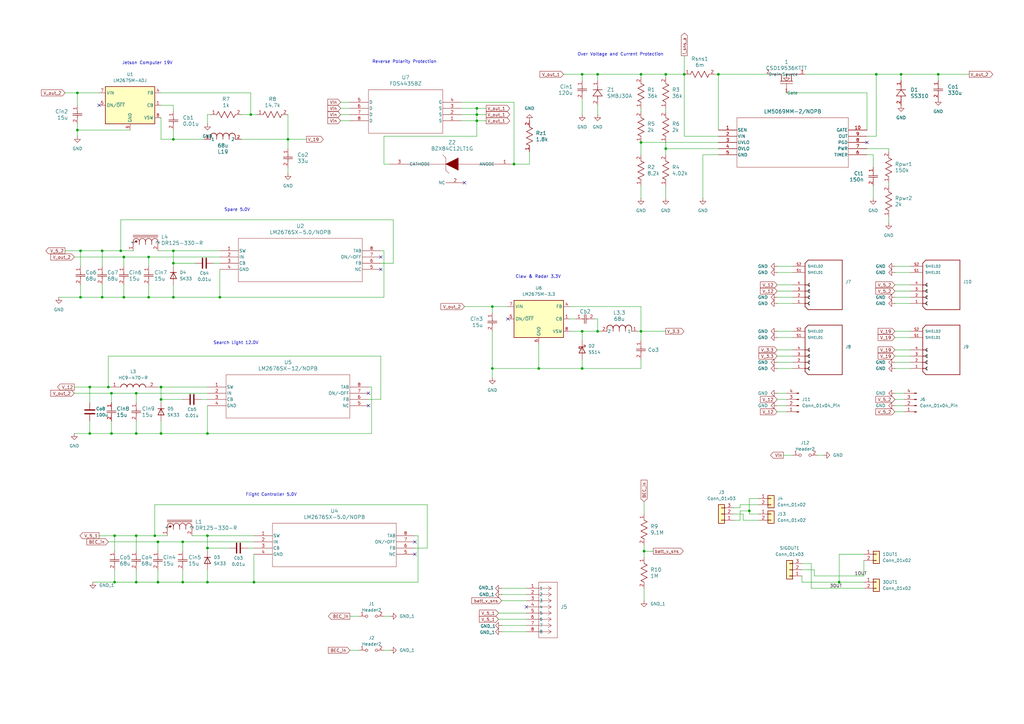
<source format=kicad_sch>
(kicad_sch (version 20231120) (generator "eeschema") (generator_version "8.0")
  (paper "A3")
  (title_block (title "Power Distribution Board") (date "2024-09-11") (company "Muyang Chen"))
  (lib_symbols
    (symbol "1kohm:RC0603FR-071KL" (pin_names (offset 0.254))
      (property "Reference" "R" (at 5.715 3.81 0))
      (property "Value" "RC0603FR-071KL" (at 6.35 -3.81 0))
      (symbol "RC0603FR-071KL_1_1"
        (pin unspecified line (at 0 0 0) (length 2.54) (name "") (number "1"))
        (pin unspecified line (at 12.7 0 180) (length 2.54) (name "") (number "2"))
      )
      (symbol "RC0603FR-071KL_1_2"
        (pin unspecified line (at 0 12.7 270) (length 2.54) (name "") (number "1"))
        (pin unspecified line (at 0 0 90) (length 2.54) (name "") (number "2"))
      )
    )
    (symbol "5024430470:5024430470" (pin_names (offset 1.016))
      (property "Reference" "J" (at -7.62 11.43 0))
      (property "Value" "5024430470" (at -7.62 -12.7 0))
      (symbol "5024430470_0_0"
        (pin passive line (at 12.7 7.62 180) (length 5.08) (name "1") (number "1"))
        (pin passive line (at 12.7 5.08 180) (length 5.08) (name "2") (number "2"))
        (pin passive line (at 12.7 2.54 180) (length 5.08) (name "3") (number "3"))
        (pin passive line (at 12.7 0 180) (length 5.08) (name "4") (number "4"))
        (pin passive line (at 12.7 -5.08 180) (length 5.08) (name "SHIELD1") (number "S1"))
        (pin passive line (at 12.7 -7.62 180) (length 5.08) (name "SHIELD2") (number "S2"))
      )
    )
    (symbol "594D127X96R3C8T:594D127X96R3C8T" (pin_names (offset 0.254))
      (property "Reference" "C" (at 3.81 3.81 0))
      (property "Value" "594D127X96R3C8T" (at 3.81 -3.81 0))
      (symbol "594D127X96R3C8T_1_1"
        (pin unspecified line (at 0 0 0) (length 2.54) (name "") (number "1"))
        (pin unspecified line (at 7.62 0 180) (length 2.54) (name "") (number "2"))
      )
      (symbol "594D127X96R3C8T_1_2"
        (pin unspecified line (at 0 0 270) (length 2.54) (name "") (number "1"))
        (pin unspecified line (at 0 -7.62 90) (length 2.54) (name "") (number "2"))
      )
    )
    (symbol "594D156X9050R2T:594D156X9050R2T" (pin_names (offset 0.254))
      (property "Reference" "C" (at 3.81 3.81 0))
      (property "Value" "594D156X9050R2T" (at 3.81 -3.81 0))
      (symbol "594D156X9050R2T_1_1"
        (pin unspecified line (at 0 0 0) (length 2.54) (name "") (number "1"))
        (pin unspecified line (at 7.62 0 180) (length 2.54) (name "") (number "2"))
      )
      (symbol "594D156X9050R2T_1_2"
        (pin unspecified line (at 0 0 270) (length 2.54) (name "") (number "1"))
        (pin unspecified line (at 0 -7.62 90) (length 2.54) (name "") (number "2"))
      )
    )
    (symbol "594D336X9025D2T:594D336X9025D2T" (pin_names (offset 0.254))
      (property "Reference" "C" (at 3.81 3.81 0))
      (property "Value" "594D336X9025D2T" (at 3.81 -3.81 0))
      (symbol "594D336X9025D2T_1_1"
        (pin unspecified line (at 0 0 0) (length 2.54) (name "") (number "1"))
        (pin unspecified line (at 7.62 0 180) (length 2.54) (name "") (number "2"))
      )
      (symbol "594D336X9025D2T_1_2"
        (pin unspecified line (at 0 0 270) (length 2.54) (name "") (number "1"))
        (pin unspecified line (at 0 -7.62 90) (length 2.54) (name "") (number "2"))
      )
    )
    (symbol "594D686X0010C2T:594D686X0010C2T" (pin_names (offset 0.254))
      (property "Reference" "C" (at 3.81 3.81 0))
      (property "Value" "594D686X0010C2T" (at 3.81 -3.81 0))
      (symbol "594D686X0010C2T_1_1"
        (pin unspecified line (at 0 0 0) (length 2.54) (name "") (number "1"))
        (pin unspecified line (at 7.62 0 180) (length 2.54) (name "") (number "2"))
      )
      (symbol "594D686X0010C2T_1_2"
        (pin unspecified line (at 0 0 270) (length 2.54) (name "") (number "1"))
        (pin unspecified line (at 0 -7.62 90) (length 2.54) (name "") (number "2"))
      )
    )
    (symbol "6pin:5024430670" (pin_names (offset 0.254))
      (property "Reference" "J" (at 8.89 6.35 0))
      (property "Value" "5024430670" (at 0 0 0))
      (symbol "5024430670_1_1"
        (pin unspecified line (at 0 0 0) (length 5.08) (name "1") (number "1"))
        (pin unspecified line (at 0 -2.54 0) (length 5.08) (name "2") (number "2"))
        (pin unspecified line (at 0 -5.08 0) (length 5.08) (name "3") (number "3"))
        (pin unspecified line (at 0 -7.62 0) (length 5.08) (name "4") (number "4"))
        (pin unspecified line (at 0 -10.16 0) (length 5.08) (name "5") (number "5"))
        (pin unspecified line (at 0 -12.7 0) (length 5.08) (name "6") (number "6"))
        (pin unspecified line (at 0 -15.24 0) (length 5.08) (name "7") (number "7"))
        (pin unspecified line (at 0 -17.78 0) (length 5.08) (name "8") (number "8"))
      )
      (symbol "5024430670_1_2"
        (pin unspecified line (at 0 0 0) (length 5.08) (name "1") (number "1"))
        (pin unspecified line (at 0 -2.54 0) (length 5.08) (name "2") (number "2"))
        (pin unspecified line (at 0 -5.08 0) (length 5.08) (name "3") (number "3"))
        (pin unspecified line (at 0 -7.62 0) (length 5.08) (name "4") (number "4"))
        (pin unspecified line (at 0 -10.16 0) (length 5.08) (name "5") (number "5"))
        (pin unspecified line (at 0 -12.7 0) (length 5.08) (name "6") (number "6"))
        (pin unspecified line (at 0 -15.24 0) (length 5.08) (name "7") (number "7"))
        (pin unspecified line (at 0 -17.78 0) (length 5.08) (name "8") (number "8"))
      )
    )
    (symbol "B82464G4473M000:B82464G4473M000" (pin_names (offset 0.254))
      (property "Reference" "L" (at 6.985 5.08 0))
      (property "Value" "B82464G4473M000" (at 6.985 -2.54 0))
      (symbol "B82464G4473M000_1_1"
        (pin unspecified line (at 15.24 0 180) (length 2.54) (name "1") (number "1"))
        (pin unspecified line (at 0 0 0) (length 2.54) (name "2") (number "2"))
      )
      (symbol "B82464G4473M000_1_2"
        (pin unspecified line (at 0 15.24 270) (length 2.54) (name "1") (number "1"))
        (pin unspecified line (at 0 0 90) (length 2.54) (name "2") (number "2"))
      )
    )
    (symbol "BZX84C12LT1G:BZX84C12LT1G" (pin_names (offset 0.254))
      (property "Reference" "U" (at -25.4 10.16 0))
      (property "Value" "BZX84C12LT1G" (at -25.4 7.62 0))
      (symbol "BZX84C12LT1G_0_1"
        (pin unspecified line (at 0 0 180) (length 7.62) (name "ANODE") (number "1"))
        (pin unspecified line (at -20.32 -7.62 180) (length 7.62) (name "NC") (number "2"))
        (pin unspecified line (at -50.8 0 0) (length 7.62) (name "CATHODE") (number "3"))
      )
    )
    (symbol "C2220C206K5RLCAUTO:C2220C206K5RLCAUTO" (pin_names (offset 0.254))
      (property "Reference" "C" (at 3.81 3.81 0))
      (property "Value" "C2220C206K5RLCAUTO" (at 3.81 -3.81 0))
      (symbol "C2220C206K5RLCAUTO_1_1"
        (pin unspecified line (at 0 0 0) (length 2.54) (name "") (number "1"))
        (pin unspecified line (at 7.62 0 180) (length 2.54) (name "") (number "2"))
      )
      (symbol "C2220C206K5RLCAUTO_1_2"
        (pin unspecified line (at 0 0 270) (length 2.54) (name "") (number "1"))
        (pin unspecified line (at 0 -7.62 90) (length 2.54) (name "") (number "2"))
      )
    )
    (symbol "C4532C0G1H154J250KA:C4532C0G1H154J250KA" (pin_names (offset 0.254))
      (property "Reference" "C" (at 3.81 3.81 0))
      (property "Value" "C4532C0G1H154J250KA" (at 3.81 -3.81 0))
      (symbol "C4532C0G1H154J250KA_1_1"
        (pin unspecified line (at 0 0 0) (length 2.54) (name "") (number "1"))
        (pin unspecified line (at 7.62 0 180) (length 2.54) (name "") (number "2"))
      )
      (symbol "C4532C0G1H154J250KA_1_2"
        (pin unspecified line (at 0 0 270) (length 2.54) (name "") (number "1"))
        (pin unspecified line (at 0 -7.62 90) (length 2.54) (name "") (number "2"))
      )
    )
    (symbol "CL05B103KB5NNNC:CL05B103KB5NNNC" (pin_names (offset 0.254))
      (property "Reference" "C" (at 3.81 3.81 0))
      (property "Value" "CL05B103KB5NNNC" (at 3.81 -3.81 0))
      (symbol "CL05B103KB5NNNC_1_1"
        (pin unspecified line (at 0 0 0) (length 2.54) (name "") (number "1"))
        (pin unspecified line (at 7.62 0 180) (length 2.54) (name "") (number "2"))
      )
      (symbol "CL05B103KB5NNNC_1_2"
        (pin unspecified line (at 0 0 270) (length 2.54) (name "") (number "1"))
        (pin unspecified line (at 0 -7.62 90) (length 2.54) (name "") (number "2"))
      )
    )
    (symbol "CRCW060347M0JPEAHR:CRCW060347M0JPEAHR" (pin_names (offset 0.254))
      (property "Reference" "R" (at 5.715 3.81 0))
      (property "Value" "CRCW060347M0JPEAHR" (at 6.35 -3.81 0))
      (symbol "CRCW060347M0JPEAHR_1_1"
        (pin unspecified line (at 0 0 0) (length 2.54) (name "") (number "1"))
        (pin unspecified line (at 12.7 0 180) (length 2.54) (name "") (number "2"))
      )
      (symbol "CRCW060347M0JPEAHR_1_2"
        (pin unspecified line (at 0 12.7 270) (length 2.54) (name "") (number "1"))
        (pin unspecified line (at 0 0 90) (length 2.54) (name "") (number "2"))
      )
    )
    (symbol "CSD19536KTTT_1" (pin_names (offset 0.254))
      (property "Value" "CSD19536KTTT" (at 0 0 0))
      (symbol "CSD19536KTTT_1_1_1"
        (pin input line (at -3.81 0 270) (length 0) (name "Gate") (number "1"))
        (pin input line (at 3.81 7.62 270) (length 0) (name "Drain") (number "2"))
        (pin unspecified line (at 3.81 -7.62 90) (length 2.54) (name "Source") (number "3"))
      )
    )
    (symbol "Connector:Conn_01x04_Pin" (pin_names (offset 1.016) hide)
      (property "Reference" "J" (at 0 5.08 0))
      (property "Value" "Conn_01x04_Pin" (at 0 -7.62 0))
      (symbol "Conn_01x04_Pin_1_1"
        (pin passive line (at 5.08 2.54 180) (length 3.81) (name "Pin_1") (number "1"))
        (pin passive line (at 5.08 0 180) (length 3.81) (name "Pin_2") (number "2"))
        (pin passive line (at 5.08 -2.54 180) (length 3.81) (name "Pin_3") (number "3"))
        (pin passive line (at 5.08 -5.08 180) (length 3.81) (name "Pin_4") (number "4"))
      )
    )
    (symbol "Connector_Generic:Conn_01x02" (pin_names (offset 1.016) hide)
      (property "Reference" "J" (at 0 2.54 0))
      (property "Value" "Conn_01x02" (at 0 -5.08 0))
      (symbol "Conn_01x02_1_1"
        (pin passive line (at -5.08 0 0) (length 3.81) (name "Pin_1") (number "1"))
        (pin passive line (at -5.08 -2.54 0) (length 3.81) (name "Pin_2") (number "2"))
      )
    )
    (symbol "Connector_Generic:Conn_01x03" (pin_names (offset 1.016) hide)
      (property "Reference" "J" (at 0 5.08 0))
      (property "Value" "Conn_01x03" (at 0 -5.08 0))
      (symbol "Conn_01x03_1_1"
        (pin passive line (at -5.08 2.54 0) (length 3.81) (name "Pin_1") (number "1"))
        (pin passive line (at -5.08 0 0) (length 3.81) (name "Pin_2") (number "2"))
        (pin passive line (at -5.08 -2.54 0) (length 3.81) (name "Pin_3") (number "3"))
      )
    )
    (symbol "DR125_330_R:DR125-330-R" (pin_names (offset 0.254))
      (property "Reference" "L" (at 7.62 -1.27 0))
      (property "Value" "DR125-330-R" (at 7.62 -4.445 0))
      (symbol "DR125-330-R_1_1"
        (pin unspecified line (at 0 0 0) (length 2.54) (name "1") (number "1"))
        (pin unspecified line (at 0 -10.16 0) (length 2.54) (name "2") (number "2"))
      )
    )
    (symbol "Device:D" (pin_numbers hide) (pin_names (offset 1.016) hide)
      (property "Reference" "D" (at 0 2.54 0))
      (property "Value" "D" (at 0 -2.54 0))
      (symbol "D_1_1"
        (pin passive line (at -3.81 0 0) (length 2.54) (name "K") (number "1"))
        (pin passive line (at 3.81 0 180) (length 2.54) (name "A") (number "2"))
      )
    )
    (symbol "Diode:SS14" (pin_numbers hide) (pin_names (offset 1.016) hide)
      (property "Reference" "D" (at 0 2.54 0))
      (property "Value" "SS14" (at 0 -2.54 0))
      (symbol "SS14_1_1"
        (pin passive line (at -3.81 0 0) (length 2.54) (name "K") (number "1"))
        (pin passive line (at 3.81 0 180) (length 2.54) (name "A") (number "2"))
      )
    )
    (symbol "ECE319K:C" (pin_numbers hide) (pin_names (offset 0.254))
      (property "Reference" "C" (at 0.635 2.54 0))
      (property "Value" "C" (at 0.635 -2.54 0))
      (symbol "C_1_1"
        (pin passive line (at 0 3.81 270) (length 2.794) (name "~") (number "1"))
        (pin passive line (at 0 -3.81 90) (length 2.794) (name "~") (number "2"))
      )
    )
    (symbol "ECE319K:Header_2" (pin_names (offset 0) hide)
      (property "Reference" "J" (at 0 2.794 0))
      (property "Value" "Header2" (at 0 -2.286 0))
      (symbol "Header_2_1_1"
        (pin passive line (at -5.08 0 0) (length 2.54) (name "A") (number "1"))
        (pin passive line (at 5.08 0 180) (length 2.54) (name "B") (number "2"))
      )
    )
    (symbol "EEH_ZK1V331P:EEH-ZK1V331P" (pin_names (offset 0.254))
      (property "Reference" "C" (at 3.81 3.81 0))
      (property "Value" "EEH-ZK1V331P" (at 3.81 -3.81 0))
      (symbol "EEH-ZK1V331P_1_1"
        (pin unspecified line (at 0 0 0) (length 2.54) (name "") (number "1"))
        (pin unspecified line (at 7.62 0 180) (length 2.54) (name "") (number "2"))
      )
      (symbol "EEH-ZK1V331P_1_2"
        (pin unspecified line (at 0 0 270) (length 2.54) (name "") (number "1"))
        (pin unspecified line (at 0 -7.62 90) (length 2.54) (name "") (number "2"))
      )
    )
    (symbol "FDS4435BZ:FDS4435BZ" (pin_names (offset 0.254))
      (property "Reference" "U" (at 22.86 10.16 0))
      (property "Value" "FDS4435BZ" (at 22.86 7.62 0))
      (symbol "FDS4435BZ_0_1"
        (pin unspecified line (at 0 0 0) (length 7.62) (name "S") (number "1"))
        (pin unspecified line (at 0 -2.54 0) (length 7.62) (name "S") (number "2"))
        (pin unspecified line (at 0 -5.08 0) (length 7.62) (name "S") (number "3"))
        (pin unspecified line (at 0 -7.62 0) (length 7.62) (name "G") (number "4"))
        (pin unspecified line (at 45.72 -7.62 180) (length 7.62) (name "D") (number "5"))
        (pin unspecified line (at 45.72 -5.08 180) (length 7.62) (name "D") (number "6"))
        (pin unspecified line (at 45.72 -2.54 180) (length 7.62) (name "D") (number "7"))
        (pin unspecified line (at 45.72 0 180) (length 7.62) (name "D") (number "8"))
      )
    )
    (symbol "HC9-470-R:HC9-470-R" (pin_names hide)
      (property "Reference" "L" (at 16.51 6.35 0))
      (property "Value" "HC9-470-R" (at 16.51 3.81 0))
      (symbol "HC9-470-R_1_1"
        (pin passive line (at 0 0 0) (length 5.08) (name "1") (number "1"))
        (pin passive line (at 20.32 0 180) (length 5.08) (name "2") (number "2"))
      )
    )
    (symbol "LM2676SX_5_0_NOPB:LM2676SX-5.0_NOPB" (pin_names (offset 0.254))
      (property "Reference" "U" (at 33.02 10.16 0))
      (property "Value" "LM2676SX-5.0/NOPB" (at 33.02 7.62 0))
      (symbol "LM2676SX-5.0_NOPB_0_1"
        (pin output line (at 0 0 0) (length 7.62) (name "SW") (number "1"))
        (pin input line (at 0 -2.54 0) (length 7.62) (name "IN") (number "2"))
        (pin passive line (at 0 -5.08 0) (length 7.62) (name "CB") (number "3"))
        (pin passive line (at 0 -7.62 0) (length 7.62) (name "GND") (number "4"))
        (pin passive line (at 66.04 -7.62 180) (length 7.62) (name "NC") (number "5"))
        (pin passive line (at 66.04 -5.08 180) (length 7.62) (name "FB") (number "6"))
        (pin passive line (at 66.04 -2.54 180) (length 7.62) (name "ON/~OFF") (number "7"))
        (pin unspecified line (at 66.04 0 180) (length 7.62) (name "TAB") (number "8"))
      )
    )
    (symbol "LM5069:LM5069MM-2_NOPB" (pin_names (offset 0.254))
      (property "Value" "LM5069MM-2/NOPB" (at 30.48 7.62 0))
      (symbol "LM5069MM-2_NOPB_0_1"
        (pin input line (at 0 0 0) (length 7.62) (name "SEN") (number "1"))
        (pin output line (at 60.96 0 180) (length 7.62) (name "GATE") (number "10"))
        (pin power_in line (at 0 -2.54 0) (length 7.62) (name "VIN") (number "2"))
        (pin input line (at 0 -5.08 0) (length 7.62) (name "UVLO") (number "3"))
        (pin input line (at 0 -7.62 0) (length 7.62) (name "OVLO") (number "4"))
        (pin power_in line (at 0 -10.16 0) (length 7.62) (name "GND") (number "5"))
        (pin input line (at 60.96 -10.16 180) (length 7.62) (name "TIMER") (number "6"))
        (pin input line (at 60.96 -7.62 180) (length 7.62) (name "PWR") (number "7"))
        (pin unspecified line (at 60.96 -5.08 180) (length 7.62) (name "PGD") (number "8"))
        (pin output line (at 60.96 -2.54 180) (length 7.62) (name "OUT") (number "9"))
      )
    )
    (symbol "Regulator_Switching:LM2675M-3.3"
      (property "Reference" "U" (at -10.16 8.89 0))
      (property "Value" "LM2675M-3.3" (at 0 8.89 0))
      (symbol "LM2675M-3.3_1_1"
        (pin input line (at 12.7 0 180) (length 2.54) (name "CB") (number "1"))
        (pin no_connect line (at -10.16 -2.54 0) (length 2.54) hide (name "NC") (number "2"))
        (pin no_connect line (at -10.16 -5.08 0) (length 2.54) hide (name "NC") (number "3"))
        (pin input line (at 12.7 5.08 180) (length 2.54) (name "FB") (number "4"))
        (pin input line (at -12.7 0 0) (length 2.54) (name "ON/~{OFF}") (number "5"))
        (pin power_in line (at 0 -10.16 90) (length 2.54) (name "GND") (number "6"))
        (pin power_in line (at -12.7 5.08 0) (length 2.54) (name "VIN") (number "7"))
        (pin output line (at 12.7 -5.08 180) (length 2.54) (name "VSW") (number "8"))
      )
    )
    (symbol "Regulator_Switching:LM2675M-ADJ"
      (property "Reference" "U" (at -10.16 8.89 0))
      (property "Value" "LM2675M-ADJ" (at 0 8.89 0))
      (symbol "LM2675M-ADJ_1_1"
        (pin input line (at 12.7 0 180) (length 2.54) (name "CB") (number "1"))
        (pin no_connect line (at -10.16 -2.54 0) (length 2.54) hide (name "NC") (number "2"))
        (pin no_connect line (at -10.16 -5.08 0) (length 2.54) hide (name "NC") (number "3"))
        (pin input line (at 12.7 5.08 180) (length 2.54) (name "FB") (number "4"))
        (pin input line (at -12.7 0 0) (length 2.54) (name "ON/~{OFF}") (number "5"))
        (pin power_in line (at 0 -10.16 90) (length 2.54) (name "GND") (number "6"))
        (pin power_in line (at -12.7 5.08 0) (length 2.54) (name "VIN") (number "7"))
        (pin output line (at 12.7 -5.08 180) (length 2.54) (name "VSW") (number "8"))
      )
    )
    (symbol "SMBJ30A_13_F:SMBJ30A-13-F" (pin_names (offset 0.254))
      (property "Reference" "CR" (at 5.08 4.445 0))
      (property "Value" "SMBJ30A-13-F" (at 5.08 -3.81 0))
      (symbol "SMBJ30A-13-F_1_1"
        (pin unspecified line (at 10.16 0 180) (length 2.54) (name "") (number "1"))
        (pin unspecified line (at 0 0 0) (length 2.54) (name "") (number "2"))
      )
      (symbol "SMBJ30A-13-F_1_2"
        (pin unspecified line (at 0 10.16 270) (length 2.54) (name "") (number "1"))
        (pin unspecified line (at 0 0 90) (length 2.54) (name "") (number "2"))
      )
    )
    (symbol "SRR1260_680M:SRR1260-680M" (pin_names (offset 0.254))
      (property "Reference" "L" (at 6.985 5.08 0))
      (property "Value" "SRR1260-680M" (at 6.985 -2.54 0))
      (symbol "SRR1260-680M_1_1"
        (pin unspecified line (at 15.24 0 180) (length 2.54) (name "1") (number "1"))
        (pin unspecified line (at 0 0 0) (length 2.54) (name "2") (number "2"))
      )
      (symbol "SRR1260-680M_1_2"
        (pin unspecified line (at 0 15.24 270) (length 2.54) (name "1") (number "1"))
        (pin unspecified line (at 0 0 90) (length 2.54) (name "2") (number "2"))
      )
    )
    (symbol "SS310:SS310" (pin_names (offset 0.254))
      (property "Reference" "CR" (at 5.08 4.445 0))
      (property "Value" "SS310" (at 5.08 -3.81 0))
      (symbol "SS310_1_1"
        (pin unspecified line (at 10.16 0 180) (length 2.54) (name "") (number "1"))
        (pin unspecified line (at 0 0 0) (length 2.54) (name "") (number "2"))
      )
      (symbol "SS310_1_2"
        (pin unspecified line (at 0 10.16 270) (length 2.54) (name "") (number "1"))
        (pin unspecified line (at 0 0 90) (length 2.54) (name "") (number "2"))
      )
    )
    (symbol "power:GND" (power) (pin_numbers hide) (pin_names (offset 0) hide)
      (property "Value" "GND" (at 0 -3.81 0))
      (symbol "GND_1_1"
        (pin power_in line (at 0 0 270) (length 0) (name "~") (number "1"))
      )
    )
  )
  (junction (at 85.09 177.8))
  (junction (at 369.57 30.48))
  (junction (at 41.91 102.87))
  (junction (at 74.93 238.76))
  (junction (at 294.64 30.48))
  (junction (at 90.17 121.92))
  (junction (at 49.53 102.87))
  (junction (at 55.88 161.29))
  (junction (at 195.58 44.45))
  (junction (at 64.77 222.25))
  (junction (at 64.77 238.76))
  (junction (at 262.89 135.89))
  (junction (at 55.88 177.8))
  (junction (at 307.34 209.55))
  (junction (at 210.82 67.31))
  (junction (at 220.98 151.13))
  (junction (at 262.89 30.48))
  (junction (at 102.87 46.99))
  (junction (at 104.14 238.76))
  (junction (at 36.83 158.75))
  (junction (at 45.72 161.29))
  (junction (at 31.75 38.1))
  (junction (at 66.04 158.75))
  (junction (at 50.8 105.41))
  (junction (at 46.99 238.76))
  (junction (at 41.91 121.92))
  (junction (at 118.11 57.15))
  (junction (at 85.09 238.76))
  (junction (at 85.09 219.71))
  (junction (at 359.41 30.48))
  (junction (at 71.12 102.87))
  (junction (at 273.05 60.96))
  (junction (at 238.76 135.89))
  (junction (at 44.45 158.75))
  (junction (at 245.11 30.48))
  (junction (at 238.76 151.13))
  (junction (at 63.5 219.71))
  (junction (at 45.72 177.8))
  (junction (at 238.76 30.48))
  (junction (at 66.04 163.83))
  (junction (at 31.75 53.34))
  (junction (at 195.58 46.99))
  (junction (at 195.58 49.53))
  (junction (at 85.09 224.79))
  (junction (at 264.16 226.06))
  (junction (at 280.67 30.48))
  (junction (at 71.12 121.92))
  (junction (at 60.96 121.92))
  (junction (at 33.02 121.92))
  (junction (at 273.05 30.48))
  (junction (at 50.8 121.92))
  (junction (at 245.11 135.89))
  (junction (at 66.04 177.8))
  (junction (at 55.88 219.71))
  (junction (at 60.96 105.41))
  (junction (at 262.89 58.42))
  (junction (at 344.17 238.76))
  (junction (at 71.12 57.15))
  (junction (at 384.81 30.48))
  (junction (at 36.83 177.8))
  (junction (at 71.12 107.95))
  (junction (at 201.93 125.73))
  (junction (at 46.99 219.71))
  (junction (at 74.93 222.25))
  (junction (at 55.88 238.76))
  (junction (at 201.93 151.13))
  (junction (at 33.02 102.87))
  (no_connect (at 208.28 130.81))
  (no_connect (at 170.18 227.33))
  (no_connect (at 151.13 166.37))
  (no_connect (at 355.6 58.42))
  (no_connect (at 151.13 161.29))
  (no_connect (at 156.21 105.41))
  (no_connect (at 170.18 222.25))
  (no_connect (at 190.5 74.93))
  (no_connect (at 40.64 43.18))
  (no_connect (at 156.21 110.49))
  (no_connect (at 215.9 248.92))
  (wire (pts (xy 157.48 252.73) (xy 160.02 252.73)))
  (wire (pts (xy 36.83 158.75) (xy 36.83 165.1)))
  (wire (pts (xy 41.91 102.87) (xy 49.53 102.87)))
  (wire (pts (xy 264.16 223.52) (xy 264.16 226.06)))
  (wire (pts (xy 33.02 102.87) (xy 41.91 102.87)))
  (wire (pts (xy 367.03 119.38) (xy 373.38 119.38)))
  (wire (pts (xy 171.45 219.71) (xy 171.45 238.76)))
  (wire (pts (xy 273.05 30.48) (xy 273.05 31.75)))
  (wire (pts (xy 71.12 45.72) (xy 71.12 43.18)))
  (wire (pts (xy 41.91 121.92) (xy 50.8 121.92)))
  (wire (pts (xy 280.67 22.86) (xy 280.67 30.48)))
  (wire (pts (xy 300.99 210.82) (xy 304.8 210.82)))
  (wire (pts (xy 46.99 233.68) (xy 46.99 238.76)))
  (wire (pts (xy 151.13 163.83) (xy 156.21 163.83)))
  (wire (pts (xy 33.02 121.92) (xy 41.91 121.92)))
  (wire (pts (xy 330.2 30.48) (xy 359.41 30.48)))
  (wire (pts (xy 151.13 158.75) (xy 152.4 158.75)))
  (wire (pts (xy 102.87 38.1) (xy 102.87 46.99)))
  (wire (pts (xy 201.93 125.73) (xy 208.28 125.73)))
  (wire (pts (xy 210.82 67.31) (xy 217.17 67.31)))
  (wire (pts (xy 87.63 107.95) (xy 90.17 107.95)))
  (wire (pts (xy 364.49 74.93) (xy 364.49 76.2)))
  (wire (pts (xy 55.88 233.68) (xy 55.88 238.76)))
  (wire (pts (xy 45.72 161.29) (xy 45.72 165.1)))
  (wire (pts (xy 50.8 116.84) (xy 50.8 121.92)))
  (wire (pts (xy 71.12 107.95) (xy 80.01 107.95)))
  (wire (pts (xy 238.76 30.48) (xy 238.76 33.02)))
  (wire (pts (xy 118.11 57.15) (xy 125.73 57.15)))
  (wire (pts (xy 367.03 163.83) (xy 370.84 163.83)))
  (wire (pts (xy 161.29 107.95) (xy 161.29 90.17)))
  (wire (pts (xy 245.11 43.18) (xy 245.11 46.99)))
  (wire (pts (xy 36.83 158.75) (xy 44.45 158.75)))
  (wire (pts (xy 364.49 88.9) (xy 364.49 91.44)))
  (wire (pts (xy 74.93 238.76) (xy 85.09 238.76)))
  (wire (pts (xy 143.51 266.7) (xy 147.32 266.7)))
  (wire (pts (xy 318.77 146.05) (xy 325.12 146.05)))
  (wire (pts (xy 322.58 38.1) (xy 355.6 38.1)))
  (wire (pts (xy 354.33 236.22) (xy 334.01 236.22)))
  (wire (pts (xy 261.62 135.89) (xy 262.89 135.89)))
  (wire (pts (xy 288.29 63.5) (xy 294.64 63.5)))
  (wire (pts (xy 367.03 143.51) (xy 373.38 143.51)))
  (wire (pts (xy 304.8 213.36) (xy 304.8 210.82)))
  (wire (pts (xy 311.15 207.01) (xy 303.53 207.01)))
  (wire (pts (xy 318.77 148.59) (xy 325.12 148.59)))
  (wire (pts (xy 74.93 233.68) (xy 74.93 238.76)))
  (wire (pts (xy 262.89 76.2) (xy 262.89 81.28)))
  (wire (pts (xy 367.03 161.29) (xy 370.84 161.29)))
  (wire (pts (xy 55.88 219.71) (xy 63.5 219.71)))
  (wire (pts (xy 238.76 40.64) (xy 238.76 46.99)))
  (wire (pts (xy 334.01 236.22) (xy 334.01 233.68)))
  (wire (pts (xy 66.04 163.83) (xy 66.04 165.1)))
  (wire (pts (xy 204.47 251.46) (xy 215.9 251.46)))
  (wire (pts (xy 318.77 168.91) (xy 322.58 168.91)))
  (wire (pts (xy 31.75 38.1) (xy 31.75 43.18)))
  (wire (pts (xy 280.67 55.88) (xy 294.64 55.88)))
  (wire (pts (xy 359.41 30.48) (xy 369.57 30.48)))
  (wire (pts (xy 201.93 151.13) (xy 220.98 151.13)))
  (wire (pts (xy 85.09 224.79) (xy 85.09 226.06)))
  (wire (pts (xy 63.5 219.71) (xy 68.58 219.71)))
  (wire (pts (xy 66.04 158.75) (xy 85.09 158.75)))
  (wire (pts (xy 50.8 121.92) (xy 60.96 121.92)))
  (wire (pts (xy 335.28 186.69) (xy 337.82 186.69)))
  (wire (pts (xy 238.76 151.13) (xy 220.98 151.13)))
  (wire (pts (xy 71.12 102.87) (xy 71.12 107.95)))
  (wire (pts (xy 31.75 50.8) (xy 31.75 53.34)))
  (wire (pts (xy 217.17 67.31) (xy 217.17 62.23)))
  (wire (pts (xy 45.72 161.29) (xy 55.88 161.29)))
  (wire (pts (xy 367.03 146.05) (xy 373.38 146.05)))
  (wire (pts (xy 104.14 238.76) (xy 171.45 238.76)))
  (wire (pts (xy 63.5 207.01) (xy 63.5 219.71)))
  (wire (pts (xy 30.48 105.41) (xy 50.8 105.41)))
  (wire (pts (xy 332.74 231.14) (xy 328.93 231.14)))
  (wire (pts (xy 85.09 46.99) (xy 85.09 50.8)))
  (wire (pts (xy 46.99 219.71) (xy 55.88 219.71)))
  (wire (pts (xy 64.77 102.87) (xy 71.12 102.87)))
  (wire (pts (xy 66.04 57.15) (xy 71.12 57.15)))
  (wire (pts (xy 367.03 168.91) (xy 370.84 168.91)))
  (wire (pts (xy 311.15 213.36) (xy 304.8 213.36)))
  (wire (pts (xy 367.03 138.43) (xy 373.38 138.43)))
  (wire (pts (xy 41.91 102.87) (xy 41.91 109.22)))
  (wire (pts (xy 60.96 105.41) (xy 90.17 105.41)))
  (wire (pts (xy 78.74 219.71) (xy 85.09 219.71)))
  (wire (pts (xy 195.58 46.99) (xy 199.39 46.99)))
  (wire (pts (xy 205.74 246.38) (xy 215.9 246.38)))
  (wire (pts (xy 262.89 125.73) (xy 262.89 135.89)))
  (wire (pts (xy 36.83 177.8) (xy 45.72 177.8)))
  (wire (pts (xy 50.8 105.41) (xy 50.8 109.22)))
  (wire (pts (xy 99.06 57.15) (xy 118.11 57.15)))
  (wire (pts (xy 204.47 254) (xy 215.9 254)))
  (wire (pts (xy 321.31 186.69) (xy 325.12 186.69)))
  (wire (pts (xy 210.82 41.91) (xy 189.23 41.91)))
  (wire (pts (xy 328.93 238.76) (xy 344.17 238.76)))
  (wire (pts (xy 262.89 135.89) (xy 273.05 135.89)))
  (wire (pts (xy 90.17 110.49) (xy 90.17 121.92)))
  (wire (pts (xy 71.12 102.87) (xy 90.17 102.87)))
  (wire (pts (xy 328.93 238.76) (xy 328.93 236.22)))
  (wire (pts (xy 33.02 116.84) (xy 33.02 121.92)))
  (wire (pts (xy 175.26 224.79) (xy 175.26 207.01)))
  (wire (pts (xy 82.55 163.83) (xy 85.09 163.83)))
  (wire (pts (xy 201.93 125.73) (xy 201.93 128.27)))
  (wire (pts (xy 294.64 30.48) (xy 294.64 53.34)))
  (wire (pts (xy 245.11 135.89) (xy 246.38 135.89)))
  (wire (pts (xy 195.58 44.45) (xy 199.39 44.45)))
  (wire (pts (xy 45.72 177.8) (xy 55.88 177.8)))
  (wire (pts (xy 262.89 135.89) (xy 262.89 139.7)))
  (wire (pts (xy 66.04 163.83) (xy 74.93 163.83)))
  (wire (pts (xy 85.09 219.71) (xy 85.09 224.79)))
  (wire (pts (xy 66.04 172.72) (xy 66.04 177.8)))
  (wire (pts (xy 233.68 130.81) (xy 236.22 130.81)))
  (wire (pts (xy 33.02 102.87) (xy 33.02 109.22)))
  (wire (pts (xy 307.34 210.82) (xy 311.15 210.82)))
  (wire (pts (xy 118.11 68.58) (xy 118.11 71.12)))
  (wire (pts (xy 38.1 238.76) (xy 46.99 238.76)))
  (wire (pts (xy 367.03 135.89) (xy 373.38 135.89)))
  (wire (pts (xy 71.12 116.84) (xy 71.12 121.92)))
  (wire (pts (xy 318.77 151.13) (xy 325.12 151.13)))
  (wire (pts (xy 195.58 44.45) (xy 195.58 46.99)))
  (wire (pts (xy 26.67 102.87) (xy 33.02 102.87)))
  (wire (pts (xy 85.09 219.71) (xy 104.14 219.71)))
  (wire (pts (xy 307.34 204.47) (xy 307.34 209.55)))
  (wire (pts (xy 238.76 30.48) (xy 245.11 30.48)))
  (wire (pts (xy 102.87 46.99) (xy 105.41 46.99)))
  (wire (pts (xy 66.04 48.26) (xy 66.04 57.15)))
  (wire (pts (xy 55.88 238.76) (xy 64.77 238.76)))
  (wire (pts (xy 36.83 172.72) (xy 36.83 177.8)))
  (wire (pts (xy 195.58 49.53) (xy 199.39 49.53)))
  (wire (pts (xy 50.8 105.41) (xy 60.96 105.41)))
  (wire (pts (xy 238.76 135.89) (xy 245.11 135.89)))
  (wire (pts (xy 85.09 166.37) (xy 85.09 177.8)))
  (wire (pts (xy 359.41 55.88) (xy 359.41 30.48)))
  (wire (pts (xy 264.16 226.06) (xy 264.16 228.6)))
  (wire (pts (xy 205.74 256.54) (xy 215.9 256.54)))
  (wire (pts (xy 262.89 30.48) (xy 273.05 30.48)))
  (wire (pts (xy 354.33 229.87) (xy 354.33 236.22)))
  (wire (pts (xy 288.29 81.28) (xy 288.29 63.5)))
  (wire (pts (xy 273.05 60.96) (xy 294.64 60.96)))
  (wire (pts (xy 238.76 151.13) (xy 262.89 151.13)))
  (wire (pts (xy 367.03 121.92) (xy 373.38 121.92)))
  (wire (pts (xy 273.05 30.48) (xy 280.67 30.48)))
  (wire (pts (xy 233.68 135.89) (xy 238.76 135.89)))
  (wire (pts (xy 190.5 125.73) (xy 201.93 125.73)))
  (wire (pts (xy 303.53 207.01) (xy 303.53 208.28)))
  (wire (pts (xy 170.18 224.79) (xy 175.26 224.79)))
  (wire (pts (xy 157.48 266.7) (xy 160.02 266.7)))
  (wire (pts (xy 245.11 30.48) (xy 262.89 30.48)))
  (wire (pts (xy 71.12 57.15) (xy 83.82 57.15)))
  (wire (pts (xy 332.74 241.3) (xy 332.74 231.14)))
  (wire (pts (xy 30.48 158.75) (xy 36.83 158.75)))
  (wire (pts (xy 355.6 63.5) (xy 358.14 63.5)))
  (wire (pts (xy 358.14 63.5) (xy 358.14 68.58)))
  (wire (pts (xy 354.33 241.3) (xy 332.74 241.3)))
  (wire (pts (xy 201.93 135.89) (xy 201.93 151.13)))
  (wire (pts (xy 205.74 259.08) (xy 215.9 259.08)))
  (wire (pts (xy 264.16 226.06) (xy 267.97 226.06)))
  (wire (pts (xy 318.77 163.83) (xy 322.58 163.83)))
  (wire (pts (xy 152.4 158.75) (xy 152.4 177.8)))
  (wire (pts (xy 273.05 60.96) (xy 273.05 63.5)))
  (wire (pts (xy 318.77 138.43) (xy 325.12 138.43)))
  (wire (pts (xy 344.17 238.76) (xy 354.33 238.76)))
  (wire (pts (xy 49.53 90.17) (xy 161.29 90.17)))
  (wire (pts (xy 273.05 76.2) (xy 273.05 81.28)))
  (wire (pts (xy 262.89 30.48) (xy 262.89 31.75)))
  (wire (pts (xy 293.37 30.48) (xy 294.64 30.48)))
  (wire (pts (xy 60.96 105.41) (xy 60.96 109.22)))
  (wire (pts (xy 64.77 233.68) (xy 64.77 238.76)))
  (wire (pts (xy 139.7 46.99) (xy 143.51 46.99)))
  (wire (pts (xy 318.77 109.22) (xy 325.12 109.22)))
  (wire (pts (xy 367.03 111.76) (xy 373.38 111.76)))
  (wire (pts (xy 60.96 116.84) (xy 60.96 121.92)))
  (wire (pts (xy 307.34 204.47) (xy 311.15 204.47)))
  (wire (pts (xy 318.77 111.76) (xy 325.12 111.76)))
  (wire (pts (xy 344.17 227.33) (xy 354.33 227.33)))
  (wire (pts (xy 104.14 227.33) (xy 104.14 238.76)))
  (wire (pts (xy 64.77 158.75) (xy 66.04 158.75)))
  (wire (pts (xy 157.48 102.87) (xy 157.48 121.92)))
  (wire (pts (xy 303.53 208.28) (xy 300.99 208.28)))
  (wire (pts (xy 355.6 55.88) (xy 359.41 55.88)))
  (wire (pts (xy 30.48 161.29) (xy 45.72 161.29)))
  (wire (pts (xy 44.45 146.05) (xy 44.45 158.75)))
  (wire (pts (xy 64.77 222.25) (xy 74.93 222.25)))
  (wire (pts (xy 307.34 209.55) (xy 307.34 210.82)))
  (wire (pts (xy 231.14 30.48) (xy 238.76 30.48)))
  (wire (pts (xy 139.7 49.53) (xy 143.51 49.53)))
  (wire (pts (xy 118.11 57.15) (xy 118.11 60.96)))
  (wire (pts (xy 41.91 116.84) (xy 41.91 121.92)))
  (wire (pts (xy 210.82 67.31) (xy 210.82 41.91)))
  (wire (pts (xy 46.99 219.71) (xy 46.99 226.06)))
  (wire (pts (xy 66.04 158.75) (xy 66.04 163.83)))
  (wire (pts (xy 369.57 30.48) (xy 369.57 33.02)))
  (wire (pts (xy 74.93 222.25) (xy 74.93 226.06)))
  (wire (pts (xy 157.48 55.88) (xy 157.48 67.31)))
  (wire (pts (xy 60.96 121.92) (xy 71.12 121.92)))
  (wire (pts (xy 90.17 121.92) (xy 157.48 121.92)))
  (wire (pts (xy 31.75 53.34) (xy 31.75 55.88)))
  (wire (pts (xy 273.05 58.42) (xy 273.05 60.96)))
  (wire (pts (xy 85.09 233.68) (xy 85.09 238.76)))
  (wire (pts (xy 85.09 177.8) (xy 152.4 177.8)))
  (wire (pts (xy 44.45 146.05) (xy 156.21 146.05)))
  (wire (pts (xy 318.77 161.29) (xy 322.58 161.29)))
  (wire (pts (xy 303.53 209.55) (xy 307.34 209.55)))
  (wire (pts (xy 49.53 90.17) (xy 49.53 102.87)))
  (wire (pts (xy 364.49 60.96) (xy 364.49 62.23)))
  (wire (pts (xy 139.7 44.45) (xy 143.51 44.45)))
  (wire (pts (xy 63.5 207.01) (xy 175.26 207.01)))
  (wire (pts (xy 367.03 151.13) (xy 373.38 151.13)))
  (wire (pts (xy 195.58 55.88) (xy 157.48 55.88)))
  (wire (pts (xy 71.12 121.92) (xy 90.17 121.92)))
  (wire (pts (xy 238.76 135.89) (xy 238.76 139.7)))
  (wire (pts (xy 118.11 57.15) (xy 118.11 46.99)))
  (wire (pts (xy 280.67 30.48) (xy 280.67 55.88)))
  (wire (pts (xy 26.67 38.1) (xy 31.75 38.1)))
  (wire (pts (xy 358.14 76.2) (xy 358.14 81.28)))
  (wire (pts (xy 31.75 53.34) (xy 53.34 53.34)))
  (wire (pts (xy 49.53 102.87) (xy 54.61 102.87)))
  (wire (pts (xy 318.77 119.38) (xy 325.12 119.38)))
  (wire (pts (xy 205.74 243.84) (xy 215.9 243.84)))
  (wire (pts (xy 318.77 135.89) (xy 325.12 135.89)))
  (wire (pts (xy 355.6 53.34) (xy 355.6 38.1)))
  (wire (pts (xy 318.77 124.46) (xy 325.12 124.46)))
  (wire (pts (xy 264.16 205.74) (xy 264.16 210.82)))
  (wire (pts (xy 74.93 222.25) (xy 104.14 222.25)))
  (wire (pts (xy 44.45 222.25) (xy 64.77 222.25)))
  (wire (pts (xy 245.11 30.48) (xy 245.11 33.02)))
  (wire (pts (xy 367.03 124.46) (xy 373.38 124.46)))
  (wire (pts (xy 189.23 44.45) (xy 195.58 44.45)))
  (wire (pts (xy 55.88 161.29) (xy 85.09 161.29)))
  (wire (pts (xy 318.77 116.84) (xy 325.12 116.84)))
  (wire (pts (xy 64.77 238.76) (xy 74.93 238.76)))
  (wire (pts (xy 85.09 224.79) (xy 93.98 224.79)))
  (wire (pts (xy 384.81 30.48) (xy 397.51 30.48)))
  (wire (pts (xy 220.98 140.97) (xy 220.98 151.13)))
  (wire (pts (xy 367.03 148.59) (xy 373.38 148.59)))
  (wire (pts (xy 367.03 116.84) (xy 373.38 116.84)))
  (wire (pts (xy 334.01 233.68) (xy 328.93 233.68)))
  (wire (pts (xy 201.93 151.13) (xy 201.93 154.94)))
  (wire (pts (xy 46.99 238.76) (xy 55.88 238.76)))
  (wire (pts (xy 66.04 38.1) (xy 102.87 38.1)))
  (wire (pts (xy 318.77 121.92) (xy 325.12 121.92)))
  (wire (pts (xy 367.03 109.22) (xy 373.38 109.22)))
  (wire (pts (xy 45.72 172.72) (xy 45.72 177.8)))
  (wire (pts (xy 157.48 67.31) (xy 160.02 67.31)))
  (wire (pts (xy 369.57 30.48) (xy 384.81 30.48)))
  (wire (pts (xy 262.89 58.42) (xy 294.64 58.42)))
  (wire (pts (xy 31.75 38.1) (xy 40.64 38.1)))
  (wire (pts (xy 139.7 41.91) (xy 143.51 41.91)))
  (wire (pts (xy 170.18 219.71) (xy 171.45 219.71)))
  (wire (pts (xy 264.16 241.3) (xy 264.16 246.38)))
  (wire (pts (xy 294.64 30.48) (xy 314.96 30.48)))
  (wire (pts (xy 99.06 46.99) (xy 102.87 46.99)))
  (wire (pts (xy 318.77 166.37) (xy 322.58 166.37)))
  (wire (pts (xy 86.36 46.99) (xy 85.09 46.99)))
  (wire (pts (xy 245.11 130.81) (xy 245.11 135.89)))
  (wire (pts (xy 55.88 177.8) (xy 66.04 177.8)))
  (wire (pts (xy 24.13 121.92) (xy 33.02 121.92)))
  (wire (pts (xy 262.89 58.42) (xy 262.89 63.5)))
  (wire (pts (xy 273.05 44.45) (xy 273.05 45.72)))
  (wire (pts (xy 243.84 130.81) (xy 245.11 130.81)))
  (wire (pts (xy 66.04 177.8) (xy 85.09 177.8)))
  (wire (pts (xy 189.23 49.53) (xy 195.58 49.53)))
  (wire (pts (xy 384.81 30.48) (xy 384.81 33.02)))
  (wire (pts (xy 30.48 177.8) (xy 36.83 177.8)))
  (wire (pts (xy 262.89 147.32) (xy 262.89 151.13)))
  (wire (pts (xy 55.88 219.71) (xy 55.88 226.06)))
  (wire (pts (xy 71.12 107.95) (xy 71.12 109.22)))
  (wire (pts (xy 262.89 44.45) (xy 262.89 45.72)))
  (wire (pts (xy 101.6 224.79) (xy 104.14 224.79)))
  (wire (pts (xy 85.09 238.76) (xy 104.14 238.76)))
  (wire (pts (xy 303.53 213.36) (xy 303.53 209.55)))
  (wire (pts (xy 195.58 49.53) (xy 195.58 55.88)))
  (wire (pts (xy 55.88 161.29) (xy 55.88 165.1)))
  (wire (pts (xy 195.58 46.99) (xy 195.58 49.53)))
  (wire (pts (xy 71.12 43.18) (xy 66.04 43.18)))
  (wire (pts (xy 318.77 143.51) (xy 325.12 143.51)))
  (wire (pts (xy 189.23 46.99) (xy 195.58 46.99)))
  (wire (pts (xy 205.74 241.3) (xy 215.9 241.3)))
  (wire (pts (xy 355.6 60.96) (xy 364.49 60.96)))
  (wire (pts (xy 55.88 172.72) (xy 55.88 177.8)))
  (wire (pts (xy 156.21 107.95) (xy 161.29 107.95)))
  (wire (pts (xy 344.17 227.33) (xy 344.17 238.76)))
  (wire (pts (xy 64.77 222.25) (xy 64.77 226.06)))
  (wire (pts (xy 300.99 213.36) (xy 303.53 213.36)))
  (wire (pts (xy 156.21 163.83) (xy 156.21 146.05)))
  (wire (pts (xy 233.68 125.73) (xy 262.89 125.73)))
  (wire (pts (xy 40.64 219.71) (xy 46.99 219.71)))
  (wire (pts (xy 367.03 166.37) (xy 370.84 166.37)))
  (wire (pts (xy 71.12 53.34) (xy 71.12 57.15)))
  (wire (pts (xy 143.51 252.73) (xy 147.32 252.73)))
  (wire (pts (xy 156.21 102.87) (xy 157.48 102.87)))
  (wire (pts (xy 238.76 147.32) (xy 238.76 151.13)))
  (text "Jetson Computer 19V\n\n" (at 60.452 26.924 0) (effects (font (size 1.27 1.27))))
  (text "Spare 5.0V\n" (at 97.282 86.106 0) (effects (font (size 1.27 1.27))))
  (text "Flight Controller 5.0V\n" (at 111.252 202.946 0) (effects (font (size 1.27 1.27))))
  (text "Over Voltage and Current Protection" (at 254.508 22.352 0) (effects (font (size 1.27 1.27))))
  (text "Reverse Polarity Protection" (at 165.862 25.4 0) (effects (font (size 1.27 1.27))))
  (text "Claw & Radar 3.3V\n" (at 220.726 113.538 0) (effects (font (size 1.27 1.27))))
  (text "Search Light 12.0V\n\n" (at 96.774 141.732 0) (effects (font (size 1.27 1.27))))
  (label "1OUT" (at 350.52 236.22 0))
  (label "3OUT" (at 340.36 241.3 0))
  (global_label "V_12" (shape input) (at 318.77 168.91 180) (property "Intersheetrefs" "${INTERSHEET_REFS}" (effects (hide yes))))
  (global_label "V_3.3" (shape input) (at 318.77 146.05 180) (property "Intersheetrefs" "${INTERSHEET_REFS}" (effects (hide yes))))
  (global_label "V_19" (shape input) (at 367.03 146.05 180) (property "Intersheetrefs" "${INTERSHEET_REFS}" (effects (hide yes))))
  (global_label "V_3.3" (shape input) (at 318.77 143.51 180) (property "Intersheetrefs" "${INTERSHEET_REFS}" (effects (hide yes))))
  (global_label "BEC_in" (shape input) (at 264.16 205.74 90) (property "Intersheetrefs" "${INTERSHEET_REFS}" (effects (hide yes))))
  (global_label "V_12" (shape input) (at 318.77 163.83 180) (property "Intersheetrefs" "${INTERSHEET_REFS}" (effects (hide yes))))
  (global_label "V_out_2" (shape input) (at 30.48 105.41 180) (property "Intersheetrefs" "${INTERSHEET_REFS}" (effects (hide yes))))
  (global_label "V_out_1" (shape output) (at 199.39 49.53 0) (property "Intersheetrefs" "${INTERSHEET_REFS}" (effects (hide yes))))
  (global_label "V_3.3" (shape output) (at 273.05 135.89 0) (property "Intersheetrefs" "${INTERSHEET_REFS}" (effects (hide yes))))
  (global_label "V_5_2" (shape input) (at 367.03 119.38 180) (property "Intersheetrefs" "${INTERSHEET_REFS}" (effects (hide yes))))
  (global_label "V_5_2" (shape input) (at 367.03 168.91 180) (property "Intersheetrefs" "${INTERSHEET_REFS}" (effects (hide yes))))
  (global_label "BEC_in" (shape input) (at 44.45 222.25 180) (property "Intersheetrefs" "${INTERSHEET_REFS}" (effects (hide yes))))
  (global_label "V_19" (shape output) (at 125.73 57.15 0) (property "Intersheetrefs" "${INTERSHEET_REFS}" (effects (hide yes))))
  (global_label "V_12" (shape output) (at 30.48 158.75 180) (property "Intersheetrefs" "${INTERSHEET_REFS}" (effects (hide yes))))
  (global_label "V_out_2" (shape output) (at 397.51 30.48 0) (property "Intersheetrefs" "${INTERSHEET_REFS}" (effects (hide yes))))
  (global_label "V_19" (shape input) (at 367.03 143.51 180) (property "Intersheetrefs" "${INTERSHEET_REFS}" (effects (hide yes))))
  (global_label "V_5_2" (shape output) (at 26.67 102.87 180) (property "Intersheetrefs" "${INTERSHEET_REFS}" (effects (hide yes))))
  (global_label "V_5_1" (shape input) (at 204.47 251.46 180) (property "Intersheetrefs" "${INTERSHEET_REFS}" (effects (hide yes))))
  (global_label "V_out_2" (shape input) (at 30.48 161.29 180) (property "Intersheetrefs" "${INTERSHEET_REFS}" (effects (hide yes))))
  (global_label "V_5_2" (shape input) (at 367.03 116.84 180) (property "Intersheetrefs" "${INTERSHEET_REFS}" (effects (hide yes))))
  (global_label "V_out_2" (shape input) (at 190.5 125.73 180) (property "Intersheetrefs" "${INTERSHEET_REFS}" (effects (hide yes))))
  (global_label "V_12" (shape input) (at 318.77 119.38 180) (property "Intersheetrefs" "${INTERSHEET_REFS}" (effects (hide yes))))
  (global_label "V_out_2" (shape input) (at 26.67 38.1 180) (property "Intersheetrefs" "${INTERSHEET_REFS}" (effects (hide yes))))
  (global_label "BEC_in" (shape output) (at 143.51 252.73 180) (property "Intersheetrefs" "${INTERSHEET_REFS}" (effects (hide yes))))
  (global_label "V_out_1" (shape output) (at 199.39 44.45 0) (property "Intersheetrefs" "${INTERSHEET_REFS}" (effects (hide yes))))
  (global_label "Vin" (shape input) (at 139.7 46.99 180) (property "Intersheetrefs" "${INTERSHEET_REFS}" (effects (hide yes))))
  (global_label "i_sns_a" (shape output) (at 280.67 22.86 90) (property "Intersheetrefs" "${INTERSHEET_REFS}" (effects (hide yes))))
  (global_label "V_19" (shape input) (at 367.03 135.89 180) (property "Intersheetrefs" "${INTERSHEET_REFS}" (effects (hide yes))))
  (global_label "V_12" (shape input) (at 318.77 116.84 180) (property "Intersheetrefs" "${INTERSHEET_REFS}" (effects (hide yes))))
  (global_label "Vin" (shape input) (at 139.7 44.45 180) (property "Intersheetrefs" "${INTERSHEET_REFS}" (effects (hide yes))))
  (global_label "V_5_2" (shape input) (at 367.03 163.83 180) (property "Intersheetrefs" "${INTERSHEET_REFS}" (effects (hide yes))))
  (global_label "batt_v_sns" (shape output) (at 267.97 226.06 0) (property "Intersheetrefs" "${INTERSHEET_REFS}" (effects (hide yes))))
  (global_label "V_5_1" (shape input) (at 204.47 254 180) (property "Intersheetrefs" "${INTERSHEET_REFS}" (effects (hide yes))))
  (global_label "V_5_1" (shape output) (at 40.64 219.71 180) (property "Intersheetrefs" "${INTERSHEET_REFS}" (effects (hide yes))))
  (global_label "V_19" (shape input) (at 367.03 138.43 180) (property "Intersheetrefs" "${INTERSHEET_REFS}" (effects (hide yes))))
  (global_label "Vin" (shape input) (at 139.7 49.53 180) (property "Intersheetrefs" "${INTERSHEET_REFS}" (effects (hide yes))))
  (global_label "batt_v_sns" (shape input) (at 205.74 246.38 180) (property "Intersheetrefs" "${INTERSHEET_REFS}" (effects (hide yes))))
  (global_label "Vin" (shape output) (at 321.31 186.69 180) (property "Intersheetrefs" "${INTERSHEET_REFS}" (effects (hide yes))))
  (global_label "V_out_1" (shape output) (at 199.39 46.99 0) (property "Intersheetrefs" "${INTERSHEET_REFS}" (effects (hide yes))))
  (global_label "Vin" (shape input) (at 139.7 41.91 180) (property "Intersheetrefs" "${INTERSHEET_REFS}" (effects (hide yes))))
  (global_label "V_out_1" (shape input) (at 231.14 30.48 180) (property "Intersheetrefs" "${INTERSHEET_REFS}" (effects (hide yes))))
  (global_label "BEC_in" (shape input) (at 143.51 266.7 180) (property "Intersheetrefs" "${INTERSHEET_REFS}" (effects (hide yes))))
  (symbol (lib_id "1kohm:RC0603FR-071KL") (at 86.36 46.99 0) (unit 1)
    (property "Reference" "R7" (at 92.71 40.64 0) (effects (font (size 1.524 1.524))))
    (property "Value" "1k" (at 92.71 43.18 0) (effects (font (size 1.524 1.524))))
    (property "Footprint" "Resistor_SMD:R_1206_3216Metric" (effects (hide yes)))
    (property "Datasheet" "RC0603FR-071KL" (effects (hide yes)))
  )
  (symbol (lib_id "594D156X9050R2T:594D156X9050R2T") (at 64.77 226.06 270) (unit 1)
    (property "Reference" "Cin4" (at 66.802 228.6 90) (effects (font (size 1.524 1.524)) (justify left)))
    (property "Value" "15u" (at 66.802 231.14 90) (effects (font (size 1.524 1.524)) (justify left)))
    (property "Footprint" "594D156X9050R2T:CAP_594D-R_VSS" (effects (hide yes)))
    (property "Datasheet" "594D156X9050R2T" (effects (hide yes)))
  )
  (symbol (lib_id "LM2676SX_5_0_NOPB:LM2676SX-5.0_NOPB") (at 104.14 219.71 0) (unit 1)
    (property "Reference" "U4" (at 137.16 209.55 0) (effects (font (size 1.524 1.524))))
    (property "Value" "LM2676SX-5.0/NOPB" (at 137.16 212.09 0) (effects (font (size 1.524 1.524))))
    (property "Footprint" "LM2676SX_5_0_NOPB:TS7B" (effects (hide yes)))
    (property "Datasheet" "LM2676SX-5.0/NOPB" (effects (hide yes)))
  )
  (symbol (lib_id "5024430470:5024430470") (at 337.82 143.51 180) (unit 1)
    (property "Reference" "J8" (at 346.71 142.2399 0) (effects (justify right)))
    (property "Value" "5024430470" (effects (hide yes)))
    (property "Footprint" "5024430470:MOLEX_5024430470" (effects (hide yes)))
    (property "PARTREV" "A" (effects (hide yes)))
    (property "STANDARD" "Manufacturer Recommendations" (effects (hide yes)))
    (property "MAXIMUM_PACKAGE_HEIGHT" "7.5 mm" (effects (hide yes)))
    (property "MANUFACTURER" "Molex" (effects (hide yes)))
  )
  (symbol (lib_id "6pin:5024430670") (at 215.9 241.3 0) (unit 1)
    (property "Reference" "J5" (at 229.87 248.9199 0) (effects (font (size 1.524 1.524)) (justify left)))
    (property "Value" "5024430670" (effects (hide yes)))
    (property "Footprint" "5024430670:CON_5024430670" (effects (hide yes)))
    (property "Datasheet" "5024430670" (effects (hide yes)))
  )
  (symbol (lib_id "Regulator_Switching:LM2675M-ADJ") (at 53.34 43.18 0) (unit 1)
    (property "Reference" "U1" (at 53.34 30.48 0))
    (property "Value" "LM2675M-ADJ" (at 53.34 33.02 0))
    (property "Footprint" "Package_SO:SOIC-8_3.9x4.9mm_P1.27mm" (effects (hide yes)))
    (property "Datasheet" "http://www.ti.com/lit/ds/symlink/lm2675.pdf" (effects (hide yes)))
    (property "Description" "Adjustable Output Voltage, 1A Step-Down Voltage Regulator, SO-8" (effects (hide yes)))
  )
  (symbol (lib_id "LM5069:LM5069MM-2_NOPB") (at 294.64 53.34 0) (unit 1)
    (property "Reference" "U8" (effects (hide yes)))
    (property "Value" "LM5069MM-2/NOPB" (at 325.12 45.72 0) (effects (font (size 1.524 1.524))))
    (property "Footprint" "LM5069MM_2_NOPB:MUB10A" (effects (hide yes)))
    (property "Datasheet" "LM5069MM-2/NOPB" (effects (hide yes)))
  )
  (symbol (lib_id "Connector_Generic:Conn_01x02") (at 316.23 204.47 0) (unit 1)
    (property "Reference" "J4" (at 318.77 204.4699 0) (effects (justify left)))
    (property "Value" "Conn_01x02" (at 318.77 207.0099 0) (effects (justify left)))
    (property "Footprint" "Connector_PinHeader_2.54mm:PinHeader_1x02_P2.54mm_Horizontal" (effects (hide yes)))
    (property "Description" "Generic connector, single row, 01x02, script generated (kicad-library-utils/schlib/autogen/connector/)" (effects (hide yes)))
  )
  (symbol (lib_id "power:GND") (at 160.02 266.7 90) (unit 1)
    (property "Reference" "#PWR023" (effects (hide yes)))
    (property "Value" "GND_1" (at 163.83 266.6999 90) (effects (justify right)))
    (property "Description" "Power symbol creates a global label with name \"GND\" , ground" (effects (hide yes)))
  )
  (symbol (lib_id "5024430470:5024430470") (at 386.08 116.84 180) (unit 1)
    (property "Reference" "J10" (at 394.97 115.5699 0) (effects (justify right)))
    (property "Value" "5024430470" (effects (hide yes)))
    (property "Footprint" "5024430470:MOLEX_5024430470" (effects (hide yes)))
    (property "PARTREV" "A" (effects (hide yes)))
    (property "STANDARD" "Manufacturer Recommendations" (effects (hide yes)))
    (property "MAXIMUM_PACKAGE_HEIGHT" "7.5 mm" (effects (hide yes)))
    (property "MANUFACTURER" "Molex" (effects (hide yes)))
  )
  (symbol (lib_id "power:GND") (at 245.11 46.99 0) (unit 1)
    (property "Reference" "#PWR04" (effects (hide yes)))
    (property "Value" "GND" (at 245.11 52.07 0))
    (property "Description" "Power symbol creates a global label with name \"GND\" , ground" (effects (hide yes)))
  )
  (symbol (lib_id "594D686X0010C2T:594D686X0010C2T") (at 41.91 109.22 270) (unit 1)
    (property "Reference" "Co7" (at 43.942 111.76 90) (effects (font (size 1.524 1.524)) (justify left)))
    (property "Value" "68u" (at 43.942 114.3 90) (effects (font (size 1.524 1.524)) (justify left)))
    (property "Footprint" "594D686X0010C2T:CAP_594D-C_VSS" (effects (hide yes)))
    (property "Datasheet" "594D686X0010C2T" (effects (hide yes)))
  )
  (symbol (lib_id "594D156X9050R2T:594D156X9050R2T") (at 74.93 226.06 270) (unit 1)
    (property "Reference" "Cin5" (at 77.216 228.6 90) (effects (font (size 1.524 1.524)) (justify left)))
    (property "Value" "15u" (at 77.216 231.14 90) (effects (font (size 1.524 1.524)) (justify left)))
    (property "Footprint" "594D156X9050R2T:CAP_594D-R_VSS" (effects (hide yes)))
    (property "Datasheet" "594D156X9050R2T" (effects (hide yes)))
  )
  (symbol (lib_id "Connector:Conn_01x04_Pin") (at 327.66 166.37 180) (unit 1)
    (property "Reference" "J11" (at 328.93 163.8299 0) (effects (justify right)))
    (property "Value" "Conn_01x04_Pin" (at 328.93 166.3699 0) (effects (justify right)))
    (property "Footprint" "Connector_PinHeader_2.54mm:PinHeader_2x02_P2.54mm_Horizontal" (effects (hide yes)))
    (property "Description" "Generic connector, single row, 01x04, script generated" (effects (hide yes)))
  )
  (symbol (lib_id "power:GND") (at 367.03 111.76 270) (unit 1)
    (property "Reference" "#PWR045" (effects (hide yes)))
    (property "Value" "GND" (at 363.22 111.7599 90) (effects (justify right)))
    (property "Description" "Power symbol creates a global label with name \"GND\" , ground" (effects (hide yes)))
  )
  (symbol (lib_id "1kohm:RC0603FR-071KL") (at 364.49 88.9 90) (unit 1)
    (property "Reference" "Rpwr2" (at 367.03 81.2799 90) (effects (font (size 1.524 1.524)) (justify right)))
    (property "Value" "2k" (at 367.03 83.8199 90) (effects (font (size 1.524 1.524)) (justify right)))
    (property "Footprint" "Resistor_SMD:R_1206_3216Metric" (effects (hide yes)))
    (property "Datasheet" "RC0603FR-071KL" (effects (hide yes)))
  )
  (symbol (lib_id "power:GND") (at 38.1 238.76 0) (unit 1)
    (property "Reference" "#PWR016" (effects (hide yes)))
    (property "Value" "GND_1" (at 40.64 240.0299 0) (effects (justify left)))
    (property "Description" "Power symbol creates a global label with name \"GND\" , ground" (effects (hide yes)))
  )
  (symbol (lib_id "594D686X0010C2T:594D686X0010C2T") (at 33.02 109.22 270) (unit 1)
    (property "Reference" "Co6" (at 35.052 111.76 90) (effects (font (size 1.524 1.524)) (justify left)))
    (property "Value" "68u" (at 35.052 114.3 90) (effects (font (size 1.524 1.524)) (justify left)))
    (property "Footprint" "594D686X0010C2T:CAP_594D-C_VSS" (effects (hide yes)))
    (property "Datasheet" "594D686X0010C2T" (effects (hide yes)))
  )
  (symbol (lib_id "power:GND") (at 85.09 50.8 0) (unit 1)
    (property "Reference" "#PWR012" (effects (hide yes)))
    (property "Value" "GND" (at 85.09 55.88 0))
    (property "Description" "Power symbol creates a global label with name \"GND\" , ground" (effects (hide yes)))
  )
  (symbol (lib_id "power:GND") (at 31.75 55.88 0) (unit 1)
    (property "Reference" "#PWR011" (effects (hide yes)))
    (property "Value" "GND" (at 31.75 60.96 0))
    (property "Description" "Power symbol creates a global label with name \"GND\" , ground" (effects (hide yes)))
  )
  (symbol (lib_id "Device:D") (at 66.04 168.91 270) (unit 1)
    (property "Reference" "D5" (at 68.58 167.6399 90) (effects (justify left)))
    (property "Value" "SK33" (at 68.58 170.1799 90) (effects (justify left)))
    (property "Footprint" "SS310:CR_SS310_TWS" (effects (hide yes)))
    (property "Description" "Diode" (effects (hide yes)))
    (property "Sim.Device" "D" (effects (hide yes)))
    (property "Sim.Pins" "1=K 2=A" (effects (hide yes)))
  )
  (symbol (lib_id "ECE319K:Header_2") (at 152.4 252.73 0) (unit 1)
    (property "Reference" "J1" (at 152.4 247.65 0))
    (property "Value" "Header2" (at 152.4 250.19 0))
    (property "Footprint" "BEC_io:BEC_io" (effects (hide yes)))
    (property "Description" "Header, 2-pole" (effects (hide yes)))
  )
  (symbol (lib_id "ECE319K:Header_2") (at 152.4 266.7 0) (unit 1)
    (property "Reference" "J2" (at 152.4 261.62 0))
    (property "Value" "Header2" (at 152.4 264.16 0))
    (property "Footprint" "BEC_io:BEC_io" (effects (hide yes)))
    (property "Description" "Header, 2-pole" (effects (hide yes)))
  )
  (symbol (lib_id "1kohm:RC0603FR-071KL") (at 262.89 76.2 90) (unit 1)
    (property "Reference" "R2" (at 265.43 68.5799 90) (effects (font (size 1.524 1.524)) (justify right)))
    (property "Value" "8.2k" (at 265.43 71.1199 90) (effects (font (size 1.524 1.524)) (justify right)))
    (property "Footprint" "Resistor_SMD:R_1206_3216Metric" (effects (hide yes)))
    (property "Datasheet" "RC0603FR-071KL" (effects (hide yes)))
  )
  (symbol (lib_id "power:GND") (at 201.93 154.94 0) (unit 1)
    (property "Reference" "#PWR034" (effects (hide yes)))
    (property "Value" "GND" (at 201.93 160.02 0))
    (property "Description" "Power symbol creates a global label with name \"GND\" , ground" (effects (hide yes)))
  )
  (symbol (lib_id "power:GND") (at 238.76 46.99 0) (unit 1)
    (property "Reference" "#PWR05" (effects (hide yes)))
    (property "Value" "GND" (at 238.76 52.07 0))
    (property "Description" "Power symbol creates a global label with name \"GND\" , ground" (effects (hide yes)))
  )
  (symbol (lib_id "SRR1260_680M:SRR1260-680M") (at 99.06 57.15 0) (mirror y) (unit 1)
    (property "Reference" "L19" (at 91.44 62.23 0) (effects (font (size 1.524 1.524))))
    (property "Value" "68u" (at 91.44 59.69 0) (effects (font (size 1.524 1.524))))
    (property "Footprint" "SRR1260_680M:IND_BOURNS_SRR1260" (effects (hide yes)))
    (property "Datasheet" "SRR1260-680M" (effects (hide yes)))
  )
  (symbol (lib_id "power:GND") (at 367.03 109.22 270) (unit 1)
    (property "Reference" "#PWR021" (effects (hide yes)))
    (property "Value" "GND" (at 363.22 109.2199 90) (effects (justify right)))
    (property "Description" "Power symbol creates a global label with name \"GND\" , ground" (effects (hide yes)))
  )
  (symbol (lib_id "power:GND") (at 205.74 241.3 270) (unit 1)
    (property "Reference" "#PWR015" (effects (hide yes)))
    (property "Value" "GND_1" (at 199.39 241.046 90))
    (property "Description" "Power symbol creates a global label with name \"GND\" , ground" (effects (hide yes)))
  )
  (symbol (lib_id "power:GND") (at 160.02 252.73 90) (unit 1)
    (property "Reference" "#PWR022" (effects (hide yes)))
    (property "Value" "GND_1" (at 163.83 252.7299 90) (effects (justify right)))
    (property "Description" "Power symbol creates a global label with name \"GND\" , ground" (effects (hide yes)))
  )
  (symbol (lib_id "power:GND") (at 273.05 81.28 0) (unit 1)
    (property "Reference" "#PWR03" (effects (hide yes)))
    (property "Value" "GND" (at 273.05 86.36 0))
    (property "Description" "Power symbol creates a global label with name \"GND\" , ground" (effects (hide yes)))
  )
  (symbol (lib_id "B82464G4473M000:B82464G4473M000") (at 246.38 135.89 0) (unit 1)
    (property "Reference" "L3.3" (at 254 128.27 0) (effects (font (size 1.524 1.524))))
    (property "Value" "68u" (at 254 130.81 0) (effects (font (size 1.524 1.524))))
    (property "Footprint" "B82464G4473M000:IND_B82464G4_EPC" (effects (hide yes)))
    (property "Datasheet" "B82464G4473M000" (effects (hide yes)))
  )
  (symbol (lib_id "power:GND") (at 337.82 186.69 90) (unit 1)
    (property "Reference" "#PWR056" (effects (hide yes)))
    (property "Value" "GND" (at 341.63 186.6899 90) (effects (justify right)))
    (property "Description" "Power symbol creates a global label with name \"GND\" , ground" (effects (hide yes)))
  )
  (symbol (lib_id "Connector_Generic:Conn_01x03") (at 295.91 210.82 180) (unit 1)
    (property "Reference" "J3" (at 295.91 201.93 0))
    (property "Value" "Conn_01x03" (at 295.91 204.47 0))
    (property "Footprint" "Connector_PinHeader_2.54mm:PinHeader_1x03_P2.54mm_Horizontal" (effects (hide yes)))
    (property "Description" "Generic connector, single row, 01x03, script generated (kicad-library-utils/schlib/autogen/connector/)" (effects (hide yes)))
  )
  (symbol (lib_id "ECE319K:C") (at 83.82 107.95 90) (unit 1)
    (property "Reference" "Cb4" (at 83.82 112.014 90))
    (property "Value" "0.01u" (at 83.82 114.554 90))
    (property "Footprint" "Capacitor_SMD:C_1206_3216Metric" (effects (hide yes)))
    (property "Description" "Unpolarized capacitor" (effects (hide yes)))
  )
  (symbol (lib_id "ECE319K:C") (at 97.79 224.79 90) (unit 1)
    (property "Reference" "Cb3" (at 97.79 228.854 90))
    (property "Value" "0.01u" (at 97.79 231.394 90))
    (property "Footprint" "Capacitor_SMD:C_1206_3216Metric" (effects (hide yes)))
    (property "Description" "Unpolarized capacitor" (effects (hide yes)))
  )
  (symbol (lib_id "594D127X96R3C8T:594D127X96R3C8T") (at 262.89 139.7 270) (unit 1)
    (property "Reference" "Co3" (at 265.684 143.51 90) (effects (font (size 1.524 1.524)) (justify left)))
    (property "Value" "68u" (effects (hide yes)))
    (property "Footprint" "594D686X0010C2T:CAP_594D-C_VSS" (effects (hide yes)))
    (property "Datasheet" "594D127X96R3C8T" (effects (hide yes)))
  )
  (symbol (lib_id "power:GND") (at 205.74 243.84 270) (unit 1)
    (property "Reference" "#PWR017" (effects (hide yes)))
    (property "Value" "GND_1" (at 199.644 243.84 90))
    (property "Description" "Power symbol creates a global label with name \"GND\" , ground" (effects (hide yes)))
  )
  (symbol (lib_id "Device:D") (at 71.12 113.03 270) (unit 1)
    (property "Reference" "D4" (at 73.66 111.7599 90) (effects (justify left)))
    (property "Value" "SK33" (at 73.66 114.2999 90) (effects (justify left)))
    (property "Footprint" "SS310:CR_SS310_TWS" (effects (hide yes)))
    (property "Description" "Diode" (effects (hide yes)))
    (property "Sim.Device" "D" (effects (hide yes)))
    (property "Sim.Pins" "1=K 2=A" (effects (hide yes)))
  )
  (symbol (lib_id "LM2676SX_5_0_NOPB:LM2676SX-5.0_NOPB") (at 90.17 102.87 0) (unit 1)
    (property "Reference" "U2" (at 123.19 92.71 0) (effects (font (size 1.524 1.524))))
    (property "Value" "LM2676SX-5.0/NOPB" (at 123.19 95.25 0) (effects (font (size 1.524 1.524))))
    (property "Footprint" "LM2676SX_5_0_NOPB:TS7B" (effects (hide yes)))
    (property "Datasheet" "LM2676SX-5.0/NOPB" (effects (hide yes)))
  )
  (symbol (lib_id "Diode:SS14") (at 238.76 143.51 270) (unit 1)
    (property "Reference" "D2" (at 241.3 141.9224 90) (effects (justify left)))
    (property "Value" "SS14" (at 241.3 144.4624 90) (effects (justify left)))
    (property "Footprint" "SS14:CR_SMA_403AE_OSI" (effects (hide yes)))
    (property "Datasheet" "https://www.vishay.com/docs/88746/ss12.pdf" (effects (hide yes)))
    (property "Description" "40V 1A Schottky Diode, SMA" (effects (hide yes)))
  )
  (symbol (lib_id "power:GND") (at 318.77 109.22 270) (unit 1)
    (property "Reference" "#PWR050" (effects (hide yes)))
    (property "Value" "GND" (at 314.96 109.2199 90) (effects (justify right)))
    (property "Description" "Power symbol creates a global label with name \"GND\" , ground" (effects (hide yes)))
  )
  (symbol (lib_id "ECE319K:C") (at 78.74 163.83 90) (unit 1)
    (property "Reference" "Cb5" (at 78.74 167.894 90))
    (property "Value" "0.01u" (at 78.74 170.434 90))
    (property "Footprint" "Capacitor_SMD:C_1206_3216Metric" (effects (hide yes)))
    (property "Description" "Unpolarized capacitor" (effects (hide yes)))
  )
  (symbol (lib_id "power:GND") (at 318.77 138.43 270) (unit 1)
    (property "Reference" "#PWR038" (effects (hide yes)))
    (property "Value" "GND" (at 314.96 138.4299 90) (effects (justify right)))
    (property "Description" "Power symbol creates a global label with name \"GND\" , ground" (effects (hide yes)))
  )
  (symbol (lib_id "594D686X0010C2T:594D686X0010C2T") (at 55.88 226.06 270) (unit 1)
    (property "Reference" "Co4" (at 57.912 228.6 90) (effects (font (size 1.524 1.524)) (justify left)))
    (property "Value" "68u" (at 57.912 231.14 90) (effects (font (size 1.524 1.524)) (justify left)))
    (property "Footprint" "594D686X0010C2T:CAP_594D-C_VSS" (effects (hide yes)))
    (property "Datasheet" "594D686X0010C2T" (effects (hide yes)))
  )
  (symbol (lib_id "ECE319K:Header_2") (at 330.2 186.69 0) (unit 1)
    (property "Reference" "J12" (at 330.2 181.61 0))
    (property "Value" "Header2" (at 330.2 184.15 0))
    (property "Footprint" "Vin:Vin" (effects (hide yes)))
    (property "Description" "Header, 2-pole" (effects (hide yes)))
  )
  (symbol (lib_id "594D156X9050R2T:594D156X9050R2T") (at 31.75 43.18 90) (mirror x) (unit 1)
    (property "Reference" "Cin2" (at 27.94 45.7199 90) (effects (font (size 1.524 1.524)) (justify left)))
    (property "Value" "15u" (at 27.94 48.2599 90) (effects (font (size 1.524 1.524)) (justify left)))
    (property "Footprint" "594D156X9050R2T:CAP_594D-R_VSS" (effects (hide yes)))
    (property "Datasheet" "594D156X9050R2T" (effects (hide yes)))
  )
  (symbol (lib_id "power:GND") (at 318.77 124.46 270) (unit 1)
    (property "Reference" "#PWR053" (effects (hide yes)))
    (property "Value" "GND" (at 314.96 124.4599 90) (effects (justify right)))
    (property "Description" "Power symbol creates a global label with name \"GND\" , ground" (effects (hide yes)))
  )
  (symbol (lib_id "C2220C206K5RLCAUTO:C2220C206K5RLCAUTO") (at 238.76 33.02 90) (mirror x) (unit 1)
    (property "Reference" "Cin1" (at 234.95 35.5599 90) (effects (font (size 1.524 1.524)) (justify left)))
    (property "Value" "120u" (at 234.95 38.0999 90) (effects (font (size 1.524 1.524)) (justify left)))
    (property "Footprint" "EEH_ZKV121XUP:CAP_ZKU_D8_PAN" (effects (hide yes)))
    (property "Datasheet" "C2220C206K5RLCAUTO" (effects (hide yes)))
  )
  (symbol (lib_id "1kohm:RC0603FR-071KL") (at 262.89 58.42 90) (unit 1)
    (property "Reference" "R5" (at 265.43 50.7999 90) (effects (font (size 1.524 1.524)) (justify right)))
    (property "Value" "2k" (at 265.43 53.3399 90) (effects (font (size 1.524 1.524)) (justify right)))
    (property "Footprint" "Resistor_SMD:R_1206_3216Metric" (effects (hide yes)))
    (property "Datasheet" "RC0603FR-071KL" (effects (hide yes)))
  )
  (symbol (lib_id "FDS4435BZ:FDS4435BZ") (at 189.23 49.53 180) (unit 1)
    (property "Reference" "U7" (at 166.37 31.75 0) (effects (font (size 1.524 1.524))))
    (property "Value" "FDS4435BZ" (at 166.37 34.29 0) (effects (font (size 1.524 1.524))))
    (property "Footprint" "FDS4435BZ:SO-8L-NB_FAS" (effects (hide yes)))
    (property "Datasheet" "FDS4435BZ" (effects (hide yes)))
  )
  (symbol (lib_id "1kohm:RC0603FR-071KL") (at 262.89 44.45 90) (unit 1)
    (property "Reference" "R1" (at 265.43 36.8299 90) (effects (font (size 1.524 1.524)) (justify right)))
    (property "Value" "36k" (at 265.43 39.3699 90) (effects (font (size 1.524 1.524)) (justify right)))
    (property "Footprint" "Resistor_SMD:R_1206_3216Metric" (effects (hide yes)))
    (property "Datasheet" "RC0603FR-071KL" (effects (hide yes)))
  )
  (symbol (lib_id "power:GND") (at 318.77 151.13 270) (unit 1)
    (property "Reference" "#PWR040" (effects (hide yes)))
    (property "Value" "GND" (at 314.96 151.1299 90) (effects (justify right)))
    (property "Description" "Power symbol creates a global label with name \"GND\" , ground" (effects (hide yes)))
  )
  (symbol (lib_id "power:GND") (at 264.16 246.38 0) (unit 1)
    (property "Reference" "#PWR018" (effects (hide yes)))
    (property "Value" "GND_1" (at 266.7 247.6499 0) (effects (justify left)))
    (property "Description" "Power symbol creates a global label with name \"GND\" , ground" (effects (hide yes)))
  )
  (symbol (lib_id "power:GND") (at 384.81 40.64 0) (unit 1)
    (property "Reference" "#PWR08" (effects (hide yes)))
    (property "Value" "GND" (at 384.81 45.72 0))
    (property "Description" "Power symbol creates a global label with name \"GND\" , ground" (effects (hide yes)))
  )
  (symbol (lib_id "1kohm:RC0603FR-071KL") (at 264.16 210.82 270) (unit 1)
    (property "Reference" "R9" (at 266.7 215.8999 90) (effects (font (size 1.524 1.524)) (justify left)))
    (property "Value" "9.1M" (at 266.7 218.4399 90) (effects (font (size 1.524 1.524)) (justify left)))
    (property "Footprint" "Resistor_SMD:R_1206_3216Metric" (effects (hide yes)))
    (property "Datasheet" "RC0603FR-071KL" (effects (hide yes)))
  )
  (symbol (lib_id "power:GND") (at 318.77 111.76 270) (unit 1)
    (property "Reference" "#PWR051" (effects (hide yes)))
    (property "Value" "GND" (at 314.96 111.7599 90) (effects (justify right)))
    (property "Description" "Power symbol creates a global label with name \"GND\" , ground" (effects (hide yes)))
  )
  (symbol (lib_id "power:GND") (at 205.74 256.54 270) (unit 1)
    (property "Reference" "#PWR035" (effects (hide yes)))
    (property "Value" "GND_1" (at 200.152 256.794 90))
    (property "Description" "Power symbol creates a global label with name \"GND\" , ground" (effects (hide yes)))
  )
  (symbol (lib_id "power:GND") (at 288.29 81.28 0) (unit 1)
    (property "Reference" "#PWR06" (effects (hide yes)))
    (property "Value" "GND" (at 288.29 86.36 0))
    (property "Description" "Power symbol creates a global label with name \"GND\" , ground" (effects (hide yes)))
  )
  (symbol (lib_id "594D336X9025D2T:594D336X9025D2T") (at 118.11 60.96 270) (unit 1)
    (property "Reference" "Co2" (at 121.92 63.4999 90) (effects (font (size 1.524 1.524)) (justify left)))
    (property "Value" "33u" (at 121.92 66.0399 90) (effects (font (size 1.524 1.524)) (justify left)))
    (property "Footprint" "594D336X9025D2T:CAP_594D-D_VSS" (effects (hide yes)))
    (property "Datasheet" "594D336X9025D2T" (effects (hide yes)))
  )
  (symbol (lib_id "1kohm:RC0603FR-071KL") (at 273.05 76.2 90) (unit 1)
    (property "Reference" "R4" (at 275.59 68.5799 90) (effects (font (size 1.524 1.524)) (justify right)))
    (property "Value" "4.02k" (at 275.59 71.1199 90) (effects (font (size 1.524 1.524)) (justify right)))
    (property "Footprint" "Resistor_SMD:R_1206_3216Metric" (effects (hide yes)))
    (property "Datasheet" "RC0603FR-071KL" (effects (hide yes)))
  )
  (symbol (lib_id "CL05B103KB5NNNC:CL05B103KB5NNNC") (at 236.22 130.81 0) (unit 1)
    (property "Reference" "Cb2" (at 240.03 127.762 0) (effects (font (size 1.524 1.524))))
    (property "Value" "0.01u" (effects (hide yes)))
    (property "Footprint" "Capacitor_SMD:C_1206_3216Metric" (effects (hide yes)))
    (property "Datasheet" "CL05B103KB5NNNC" (effects (hide yes)))
  )
  (symbol (lib_id "power:GND") (at 367.03 166.37 270) (unit 1)
    (property "Reference" "#PWR048" (effects (hide yes)))
    (property "Value" "GND" (at 363.22 166.3699 90) (effects (justify right)))
    (property "Description" "Power symbol creates a global label with name \"GND\" , ground" (effects (hide yes)))
  )
  (symbol (lib_id "Device:D") (at 85.09 229.87 270) (unit 1)
    (property "Reference" "D3" (at 87.63 228.5999 90) (effects (justify left)))
    (property "Value" "SK33" (at 87.63 231.1399 90) (effects (justify left)))
    (property "Footprint" "SS310:CR_SS310_TWS" (effects (hide yes)))
    (property "Description" "Diode" (effects (hide yes)))
    (property "Sim.Device" "D" (effects (hide yes)))
    (property "Sim.Pins" "1=K 2=A" (effects (hide yes)))
  )
  (symbol (lib_id "C4532C0G1H154J250KA:C4532C0G1H154J250KA") (at 358.14 68.58 90) (mirror x) (unit 1)
    (property "Reference" "Ct1" (at 354.33 71.1199 90) (effects (font (size 1.524 1.524)) (justify left)))
    (property "Value" "150n" (at 354.33 73.6599 90) (effects (font (size 1.524 1.524)) (justify left)))
    (property "Footprint" "Capacitor_SMD:C_1206_3216Metric" (effects (hide yes)))
    (property "Datasheet" "C4532C0G1H154J250KA" (effects (hide yes)))
  )
  (symbol (lib_id "594D686X0010C2T:594D686X0010C2T") (at 46.99 226.06 270) (unit 1)
    (property "Reference" "Co5" (at 49.022 228.6 90) (effects (font (size 1.524 1.524)) (justify left)))
    (property "Value" "68u" (at 49.022 231.14 90) (effects (font (size 1.524 1.524)) (justify left)))
    (property "Footprint" "594D686X0010C2T:CAP_594D-C_VSS" (effects (hide yes)))
    (property "Datasheet" "594D686X0010C2T" (effects (hide yes)))
  )
  (symbol (lib_id "power:GND") (at 118.11 71.12 0) (unit 1)
    (property "Reference" "#PWR013" (effects (hide yes)))
    (property "Value" "GND" (at 118.11 76.2 0))
    (property "Description" "Power symbol creates a global label with name \"GND\" , ground" (effects (hide yes)))
  )
  (symbol (lib_id "1kohm:RC0603FR-071KL") (at 264.16 228.6 270) (unit 1)
    (property "Reference" "R10" (at 266.7 233.6799 90) (effects (font (size 1.524 1.524)) (justify left)))
    (property "Value" "1M" (at 266.7 236.2199 90) (effects (font (size 1.524 1.524)) (justify left)))
    (property "Footprint" "Resistor_SMD:R_1206_3216Metric" (effects (hide yes)))
    (property "Datasheet" "RC0603FR-071KL" (effects (hide yes)))
  )
  (symbol (lib_id "CRCW060347M0JPEAHR:CRCW060347M0JPEAHR") (at 280.67 30.48 0) (unit 1)
    (property "Reference" "Rsns1" (at 287.02 24.13 0) (effects (font (size 1.524 1.524))))
    (property "Value" "6m" (at 287.02 26.67 0) (effects (font (size 1.524 1.524))))
    (property "Footprint" "Resistor_SMD:R_2512_6332Metric" (effects (hide yes)))
    (property "Datasheet" "CRCW060347M0JPEAHR" (effects (hide yes)))
  )
  (symbol (lib_id "BZX84C12LT1G:BZX84C12LT1G") (at 210.82 67.31 0) (unit 1)
    (property "Reference" "Z2" (at 185.42 58.42 0) (effects (font (size 1.524 1.524))))
    (property "Value" "BZX84C12LT1G" (at 185.42 60.96 0) (effects (font (size 1.524 1.524))))
    (property "Footprint" "BZX84C12LT1G:SOT-23_ONS" (effects (hide yes)))
    (property "Datasheet" "BZX84C12LT1G" (effects (hide yes)))
  )
  (symbol (lib_id "CL05B103KB5NNNC:CL05B103KB5NNNC") (at 71.12 45.72 270) (unit 1)
    (property "Reference" "Cb1" (at 74.93 48.2599 90) (effects (font (size 1.524 1.524)) (justify left)))
    (property "Value" "0.01u" (at 74.93 50.7999 90) (effects (font (size 1.524 1.524)) (justify left)))
    (property "Footprint" "Capacitor_SMD:C_1206_3216Metric" (effects (hide yes)))
    (property "Datasheet" "CL05B103KB5NNNC" (effects (hide yes)))
  )
  (symbol (lib_id "power:GND") (at 367.03 124.46 270) (unit 1)
    (property "Reference" "#PWR047" (effects (hide yes)))
    (property "Value" "GND" (at 363.22 124.4599 90) (effects (justify right)))
    (property "Description" "Power symbol creates a global label with name \"GND\" , ground" (effects (hide yes)))
  )
  (symbol (lib_id "1kohm:RC0603FR-071KL") (at 364.49 74.93 90) (unit 1)
    (property "Reference" "Rpwr1" (at 367.03 67.3099 90) (effects (font (size 1.524 1.524)) (justify right)))
    (property "Value" "150k" (at 367.03 69.8499 90) (effects (font (size 1.524 1.524)) (justify right)))
    (property "Footprint" "Resistor_SMD:R_1206_3216Metric" (effects (hide yes)))
    (property "Datasheet" "RC0603FR-071KL" (effects (hide yes)))
  )
  (symbol (lib_id "power:GND") (at 364.49 91.44 0) (unit 1)
    (property "Reference" "#PWR09" (effects (hide yes)))
    (property "Value" "GND" (at 364.49 96.52 0))
    (property "Description" "Power symbol creates a global label with name \"GND\" , ground" (effects (hide yes)))
  )
  (symbol (lib_id "power:GND") (at 262.89 81.28 0) (unit 1)
    (property "Reference" "#PWR02" (effects (hide yes)))
    (property "Value" "GND" (at 262.89 86.36 0))
    (property "Description" "Power symbol creates a global label with name \"GND\" , ground" (effects (hide yes)))
  )
  (symbol (lib_id "power:GND") (at 205.74 259.08 270) (unit 1)
    (property "Reference" "#PWR036" (effects (hide yes)))
    (property "Value" "GND_1" (at 199.898 259.334 90))
    (property "Description" "Power symbol creates a global label with name \"GND\" , ground" (effects (hide yes)))
  )
  (symbol (lib_id "1kohm:RC0603FR-071KL") (at 273.05 44.45 90) (unit 1)
    (property "Reference" "R3" (at 275.59 36.8299 90) (effects (font (size 1.524 1.524)) (justify right)))
    (property "Value" "36k" (at 275.59 39.3699 90) (effects (font (size 1.524 1.524)) (justify right)))
    (property "Footprint" "Resistor_SMD:R_1206_3216Metric" (effects (hide yes)))
    (property "Datasheet" "RC0603FR-071KL" (effects (hide yes)))
  )
  (symbol (lib_id "594D156X9050R2T:594D156X9050R2T") (at 45.72 165.1 270) (unit 1)
    (property "Reference" "Cin8" (at 47.752 167.64 90) (effects (font (size 1.524 1.524)) (justify left)))
    (property "Value" "15u" (at 47.752 170.18 90) (effects (font (size 1.524 1.524)) (justify left)))
    (property "Footprint" "594D156X9050R2T:CAP_594D-R_VSS" (effects (hide yes)))
    (property "Datasheet" "594D156X9050R2T" (effects (hide yes)))
  )
  (symbol (lib_id "power:GND") (at 318.77 166.37 270) (unit 1)
    (property "Reference" "#PWR055" (effects (hide yes)))
    (property "Value" "GND" (at 314.96 166.3699 90) (effects (justify right)))
    (property "Description" "Power symbol creates a global label with name \"GND\" , ground" (effects (hide yes)))
  )
  (symbol (lib_id "1kohm:RC0603FR-071KL") (at 217.17 62.23 90) (unit 1)
    (property "Reference" "Rz1" (at 219.71 54.6099 90) (effects (font (size 1.524 1.524)) (justify right)))
    (property "Value" "1.8k" (at 219.71 57.1499 90) (effects (font (size 1.524 1.524)) (justify right)))
    (property "Footprint" "Resistor_SMD:R_1206_3216Metric" (effects (hide yes)))
    (property "Datasheet" "RC0603FR-071KL" (effects (hide yes)))
  )
  (symbol (lib_id "power:GND") (at 367.03 151.13 270) (unit 1)
    (property "Reference" "#PWR044" (effects (hide yes)))
    (property "Value" "GND" (at 363.22 151.1299 90) (effects (justify right)))
    (property "Description" "Power symbol creates a global label with name \"GND\" , ground" (effects (hide yes)))
  )
  (symbol (lib_id "EEH_ZK1V331P:EEH-ZK1V331P") (at 384.81 33.02 270) (unit 1)
    (property "Reference" "Co1" (at 388.62 35.5599 90) (effects (font (size 1.524 1.524)) (justify left)))
    (property "Value" "330u" (at 388.62 38.0999 90) (effects (font (size 1.524 1.524)) (justify left)))
    (property "Footprint" "EEH_ZK1V331P:CAP_EEH_G_PAN" (effects (hide yes)))
    (property "Datasheet" "EEH-ZK1V331P" (effects (hide yes)))
  )
  (symbol (lib_id "power:GND") (at 217.17 49.53 180) (unit 1)
    (property "Reference" "#PWR01" (effects (hide yes)))
    (property "Value" "GND" (at 217.17 44.45 0))
    (property "Description" "Power symbol creates a global label with name \"GND\" , ground" (effects (hide yes)))
  )
  (symbol (lib_id "1kohm:RC0603FR-071KL") (at 273.05 58.42 90) (unit 1)
    (property "Reference" "R6" (at 275.59 50.7999 90) (effects (font (size 1.524 1.524)) (justify right)))
    (property "Value" "2k" (at 275.59 53.3399 90) (effects (font (size 1.524 1.524)) (justify right)))
    (property "Footprint" "Resistor_SMD:R_1206_3216Metric" (effects (hide yes)))
    (property "Datasheet" "RC0603FR-071KL" (effects (hide yes)))
  )
  (symbol (lib_id "power:GND") (at 369.57 43.18 0) (unit 1)
    (property "Reference" "#PWR07" (effects (hide yes)))
    (property "Value" "GND" (at 369.57 48.26 0))
    (property "Description" "Power symbol creates a global label with name \"GND\" , ground" (effects (hide yes)))
  )
  (symbol (lib_id "power:GND") (at 318.77 121.92 270) (unit 1)
    (property "Reference" "#PWR052" (effects (hide yes)))
    (property "Value" "GND" (at 314.96 121.9199 90) (effects (justify right)))
    (property "Description" "Power symbol creates a global label with name \"GND\" , ground" (effects (hide yes)))
  )
  (symbol (lib_id "SS310:SS310") (at 369.57 43.18 90) (unit 1)
    (property "Reference" "D1" (at 373.38 36.8299 90) (effects (font (size 1.524 1.524)) (justify right)))
    (property "Value" "SS310" (at 373.38 39.3699 90) (effects (font (size 1.524 1.524)) (justify right)))
    (property "Footprint" "SS310:CR_SS310_TWS" (effects (hide yes)))
    (property "Datasheet" "SS310" (effects (hide yes)))
  )
  (symbol (lib_id "5024430470:5024430470") (at 386.08 143.51 180) (unit 1)
    (property "Reference" "J9" (at 394.97 142.2399 0) (effects (justify right)))
    (property "Value" "5024430470" (effects (hide yes)))
    (property "Footprint" "5024430470:MOLEX_5024430470" (effects (hide yes)))
    (property "PARTREV" "A" (effects (hide yes)))
    (property "STANDARD" "Manufacturer Recommendations" (effects (hide yes)))
    (property "MAXIMUM_PACKAGE_HEIGHT" "7.5 mm" (effects (hide yes)))
    (property "MANUFACTURER" "Molex" (effects (hide yes)))
  )
  (symbol (lib_id "DR125_330_R:DR125-330-R") (at 54.61 102.87 90) (unit 1)
    (property "Reference" "L4" (at 66.04 97.1549 90) (effects (font (size 1.524 1.524)) (justify right)))
    (property "Value" "DR125-330-R" (at 66.04 99.6949 90) (effects (font (size 1.524 1.524)) (justify right)))
    (property "Footprint" "DR125_330_R:DR125" (effects (hide yes)))
    (property "Datasheet" "DR125-330-R" (effects (hide yes)))
  )
  (symbol (lib_id "power:GND") (at 24.13 121.92 0) (unit 1)
    (property "Reference" "#PWR014" (effects (hide yes)))
    (property "Value" "GND" (at 24.13 127 0))
    (property "Description" "Power symbol creates a global label with name \"GND\" , ground" (effects (hide yes)))
  )
  (symbol (lib_id "SMBJ30A_13_F:SMBJ30A-13-F") (at 245.11 43.18 90) (unit 1)
    (property "Reference" "Z1" (at 248.92 36.8299 90) (effects (font (size 1.524 1.524)) (justify right)))
    (property "Value" "SMBJ30A" (at 248.92 39.3699 90) (effects (font (size 1.524 1.524)) (justify right)))
    (property "Footprint" "SMBJ30A_13_F:SMB_DIO" (effects (hide yes)))
    (property "Datasheet" "SMBJ30A-13-F" (effects (hide yes)))
  )
  (symbol (lib_id "ECE319K:C") (at 36.83 168.91 0) (unit 1)
    (property "Reference" "Co8" (at 39.37 167.64 0) (effects (justify left)))
    (property "Value" "100u" (at 39.37 170.18 0) (effects (justify left)))
    (property "Footprint" "594D107X9016C2T:594D107X9016C2T" (effects (hide yes)))
    (property "Description" "Unpolarized capacitor" (effects (hide yes)))
  )
  (symbol (lib_id "594D156X9050R2T:594D156X9050R2T") (at 201.93 128.27 90) (mirror x) (unit 1)
    (property "Reference" "Cin3" (at 198.12 130.8099 90) (effects (font (size 1.524 1.524)) (justify left)))
    (property "Value" "15u" (at 198.12 133.3499 90) (effects (font (size 1.524 1.524)) (justify left)))
    (property "Footprint" "594D156X9050R2T:CAP_594D-R_VSS" (effects (hide yes)))
    (property "Datasheet" "594D156X9050R2T" (effects (hide yes)))
  )
  (symbol (lib_id "Regulator_Switching:LM2675M-3.3") (at 220.98 130.81 0) (unit 1)
    (property "Reference" "U6" (at 220.98 118.11 0))
    (property "Value" "LM2675M-3.3" (at 220.98 120.65 0))
    (property "Footprint" "Package_SO:SOIC-8_3.9x4.9mm_P1.27mm" (effects (hide yes)))
    (property "Datasheet" "http://www.ti.com/lit/ds/symlink/lm2675.pdf" (effects (hide yes)))
    (property "Description" "3.3V, 1A Step-Down Voltage Regulator, SO-8" (effects (hide yes)))
  )
  (symbol (lib_id "Connector_Generic:Conn_01x02") (at 359.41 238.76 0) (unit 1)
    (property "Reference" "3OUT1" (at 361.95 238.7599 0) (effects (justify left)))
    (property "Value" "Conn_01x02" (at 361.95 241.2999 0) (effects (justify left)))
    (property "Footprint" "Connector_PinHeader_2.54mm:PinHeader_1x02_P2.54mm_Horizontal" (effects (hide yes)))
    (property "Description" "Generic connector, single row, 01x02, script generated (kicad-library-utils/schlib/autogen/connector/)" (effects (hide yes)))
  )
  (symbol (lib_id "Connector_Generic:Conn_01x03") (at 323.85 233.68 180) (unit 1)
    (property "Reference" "SIGOUT1" (at 323.85 224.79 0))
    (property "Value" "Conn_01x03" (at 323.85 227.33 0))
    (property "Footprint" "Connector_PinHeader_2.54mm:PinHeader_1x03_P2.54mm_Horizontal" (effects (hide yes)))
    (property "Description" "Generic connector, single row, 01x03, script generated (kicad-library-utils/schlib/autogen/connector/)" (effects (hide yes)))
  )
  (symbol (lib_id "power:GND") (at 318.77 161.29 270) (unit 1)
    (property "Reference" "#PWR054" (effects (hide yes)))
    (property "Value" "GND" (at 314.96 161.2899 90) (effects (justify right)))
    (property "Description" "Power symbol creates a global label with name \"GND\" , ground" (effects (hide yes)))
  )
  (symbol (lib_id "power:GND") (at 367.03 148.59 270) (unit 1)
    (property "Reference" "#PWR043" (effects (hide yes)))
    (property "Value" "GND" (at 363.22 148.5899 90) (effects (justify right)))
    (property "Description" "Power symbol creates a global label with name \"GND\" , ground" (effects (hide yes)))
  )
  (symbol (lib_id "594D156X9050R2T:594D156X9050R2T") (at 55.88 165.1 270) (unit 1)
    (property "Reference" "Cin9" (at 58.166 167.64 90) (effects (font (size 1.524 1.524)) (justify left)))
    (property "Value" "15u" (at 58.166 170.18 90) (effects (font (size 1.524 1.524)) (justify left)))
    (property "Footprint" "594D156X9050R2T:CAP_594D-R_VSS" (effects (hide yes)))
    (property "Datasheet" "594D156X9050R2T" (effects (hide yes)))
  )
  (symbol (lib_id "DR125_330_R:DR125-330-R") (at 68.58 219.71 90) (unit 1)
    (property "Reference" "L1" (at 80.01 213.9949 90) (effects (font (size 1.524 1.524)) (justify right)))
    (property "Value" "DR125-330-R" (at 80.01 216.5349 90) (effects (font (size 1.524 1.524)) (justify right)))
    (property "Footprint" "DR125_330_R:DR125" (effects (hide yes)))
    (property "Datasheet" "DR125-330-R" (effects (hide yes)))
  )
  (symbol (lib_id "Connector_Generic:Conn_01x02") (at 316.23 210.82 0) (unit 1)
    (property "Reference" "J13" (at 318.77 210.8199 0) (effects (justify left)))
    (property "Value" "Conn_01x02" (at 318.77 213.3599 0) (effects (justify left)))
    (property "Footprint" "Connector_PinHeader_2.54mm:PinHeader_1x02_P2.54mm_Horizontal" (effects (hide yes)))
    (property "Description" "Generic connector, single row, 01x02, script generated (kicad-library-utils/schlib/autogen/connector/)" (effects (hide yes)))
  )
  (symbol (lib_id "5024430470:5024430470") (at 337.82 116.84 180) (unit 1)
    (property "Reference" "J7" (at 346.71 115.5699 0) (effects (justify right)))
    (property "Value" "5024430470" (effects (hide yes)))
    (property "Footprint" "5024430470:MOLEX_5024430470" (effects (hide yes)))
    (property "PARTREV" "A" (effects (hide yes)))
    (property "STANDARD" "Manufacturer Recommendations" (effects (hide yes)))
    (property "MAXIMUM_PACKAGE_HEIGHT" "7.5 mm" (effects (hide yes)))
    (property "MANUFACTURER" "Molex" (effects (hide yes)))
  )
  (symbol (lib_id "LM2676SX_5_0_NOPB:LM2676SX-5.0_NOPB") (at 85.09 158.75 0) (unit 1)
    (property "Reference" "U5" (at 118.11 148.59 0) (effects (font (size 1.524 1.524))))
    (property "Value" "LM2676SX-12/NOPB" (at 118.11 151.13 0) (effects (font (size 1.524 1.524))))
    (property "Footprint" "LM2676SX_5_0_NOPB:TS7B" (effects (hide yes)))
    (property "Datasheet" "LM2676SX-5.0/NOPB" (effects (hide yes)))
  )
  (symbol (lib_id "power:GND") (at 367.03 121.92 270) (unit 1)
    (property "Reference" "#PWR046" (effects (hide yes)))
    (property "Value" "GND" (at 363.22 121.9199 90) (effects (justify right)))
    (property "Description" "Power symbol creates a global label with name \"GND\" , ground" (effects (hide yes)))
  )
  (symbol (lib_id "594D156X9050R2T:594D156X9050R2T") (at 60.96 109.22 270) (unit 1)
    (property "Reference" "Cin7" (at 63.246 111.76 90) (effects (font (size 1.524 1.524)) (justify left)))
    (property "Value" "15u" (at 63.246 114.3 90) (effects (font (size 1.524 1.524)) (justify left)))
    (property "Footprint" "594D156X9050R2T:CAP_594D-R_VSS" (effects (hide yes)))
    (property "Datasheet" "594D156X9050R2T" (effects (hide yes)))
  )
  (symbol (lib_id "594D156X9050R2T:594D156X9050R2T") (at 50.8 109.22 270) (unit 1)
    (property "Reference" "Cin6" (at 52.832 111.76 90) (effects (font (size 1.524 1.524)) (justify left)))
    (property "Value" "15u" (at 52.832 114.3 90) (effects (font (size 1.524 1.524)) (justify left)))
    (property "Footprint" "594D156X9050R2T:CAP_594D-R_VSS" (effects (hide yes)))
    (property "Datasheet" "594D156X9050R2T" (effects (hide yes)))
  )
  (symbol (lib_id "power:GND") (at 30.48 177.8 0) (unit 1)
    (property "Reference" "#PWR049" (effects (hide yes)))
    (property "Value" "GND" (at 30.48 182.88 0))
    (property "Description" "Power symbol creates a global label with name \"GND\" , ground" (effects (hide yes)))
  )
  (symbol (lib_id "HC9-470-R:HC9-470-R") (at 44.45 158.75 0) (unit 1)
    (property "Reference" "L3" (at 54.61 152.4 0))
    (property "Value" "HC9-470-R" (at 54.61 154.94 0))
    (property "Footprint" "HC9-470-R:INDPM131141X750N" (effects (hide yes)))
    (property "Datasheet" "https://componentsearchengine.com/Datasheets/1/HC9-470-R.pdf" (effects (hide yes)))
    (property "Description" "EATON COILTRONICS - HC9-470-R - INDUCTOR, 47UH, 3.65A, HIGH CURRENT" (effects (hide yes)))
    (property "Height" "7.5" (effects (hide yes)))
    (property "Mouser Part Number" "704-HC9-470-R" (effects (hide yes)))
    (property "Mouser Price/Stock" "https://www.mouser.com/Search/Refine.aspx?Keyword=704-HC9-470-R" (effects (hide yes)))
    (property "Manufacturer_Name" "Eaton" (effects (hide yes)))
    (property "Manufacturer_Part_Number" "HC9-470-R" (effects (hide yes)))
  )
  (symbol (lib_id "Connector_Generic:Conn_01x02") (at 359.41 227.33 0) (unit 1)
    (property "Reference" "1OUT1" (at 361.95 227.3299 0) (effects (justify left)))
    (property "Value" "Conn_01x02" (at 361.95 229.8699 0) (effects (justify left)))
    (property "Footprint" "Connector_PinHeader_2.54mm:PinHeader_1x02_P2.54mm_Horizontal" (effects (hide yes)))
    (property "Description" "Generic connector, single row, 01x02, script generated (kicad-library-utils/schlib/autogen/connector/)" (effects (hide yes)))
  )
  (symbol (lib_id "1kohm:RC0603FR-071KL") (at 105.41 46.99 0) (unit 1)
    (property "Reference" "R8" (at 111.76 40.64 0) (effects (font (size 1.524 1.524))))
    (property "Value" "14.7k" (at 111.76 43.18 0) (effects (font (size 1.524 1.524))))
    (property "Footprint" "Resistor_SMD:R_1206_3216Metric" (effects (hide yes)))
    (property "Datasheet" "RC0603FR-071KL" (effects (hide yes)))
  )
  (symbol (lib_id "power:GND") (at 358.14 81.28 0) (unit 1)
    (property "Reference" "#PWR010" (effects (hide yes)))
    (property "Value" "GND" (at 358.14 86.36 0))
    (property "Description" "Power symbol creates a global label with name \"GND\" , ground" (effects (hide yes)))
  )
  (symbol (lib_id "power:GND") (at 318.77 148.59 270) (unit 1)
    (property "Reference" "#PWR039" (effects (hide yes)))
    (property "Value" "GND" (at 314.96 148.5899 90) (effects (justify right)))
    (property "Description" "Power symbol creates a global label with name \"GND\" , ground" (effects (hide yes)))
  )
  (symbol (lib_id "power:GND") (at 367.03 161.29 270) (unit 1)
    (property "Reference" "#PWR020" (effects (hide yes)))
    (property "Value" "GND" (at 363.22 161.2899 90) (effects (justify right)))
    (property "Description" "Power symbol creates a global label with name \"GND\" , ground" (effects (hide yes)))
  )
  (symbol (lib_id "power:GND") (at 318.77 135.89 270) (unit 1)
    (property "Reference" "#PWR037" (effects (hide yes)))
    (property "Value" "GND" (at 314.96 135.8899 90) (effects (justify right)))
    (property "Description" "Power symbol creates a global label with name \"GND\" , ground" (effects (hide yes)))
  )
  (symbol (lib_name "CSD19536KTTT_1") (lib_id "CSD19536KTTT:CSD19536KTTT") (at 322.58 34.29 90) (unit 1)
    (property "Reference" "1" (at 322.58 25.4 90) (effects (font (size 1.524 1.524))))
    (property "Value" "CSD19536KTTT" (at 322.58 27.94 90) (effects (font (size 1.524 1.524))))
    (property "Footprint" "CSD19536KTTT:KTT0002A" (effects (hide yes)))
    (property "Datasheet" "CSD19536KTTT" (effects (hide yes)))
  )
  (symbol (lib_id "Connector:Conn_01x04_Pin") (at 375.92 166.37 180) (unit 1)
    (property "Reference" "J6" (at 377.19 163.8299 0) (effects (justify right)))
    (property "Value" "Conn_01x04_Pin" (at 377.19 166.3699 0) (effects (justify right)))
    (property "Footprint" "Connector_PinHeader_2.54mm:PinHeader_2x02_P2.54mm_Horizontal" (effects (hide yes)))
    (property "Description" "Generic connector, single row, 01x04, script generated" (effects (hide yes)))
  )
)
</source>
